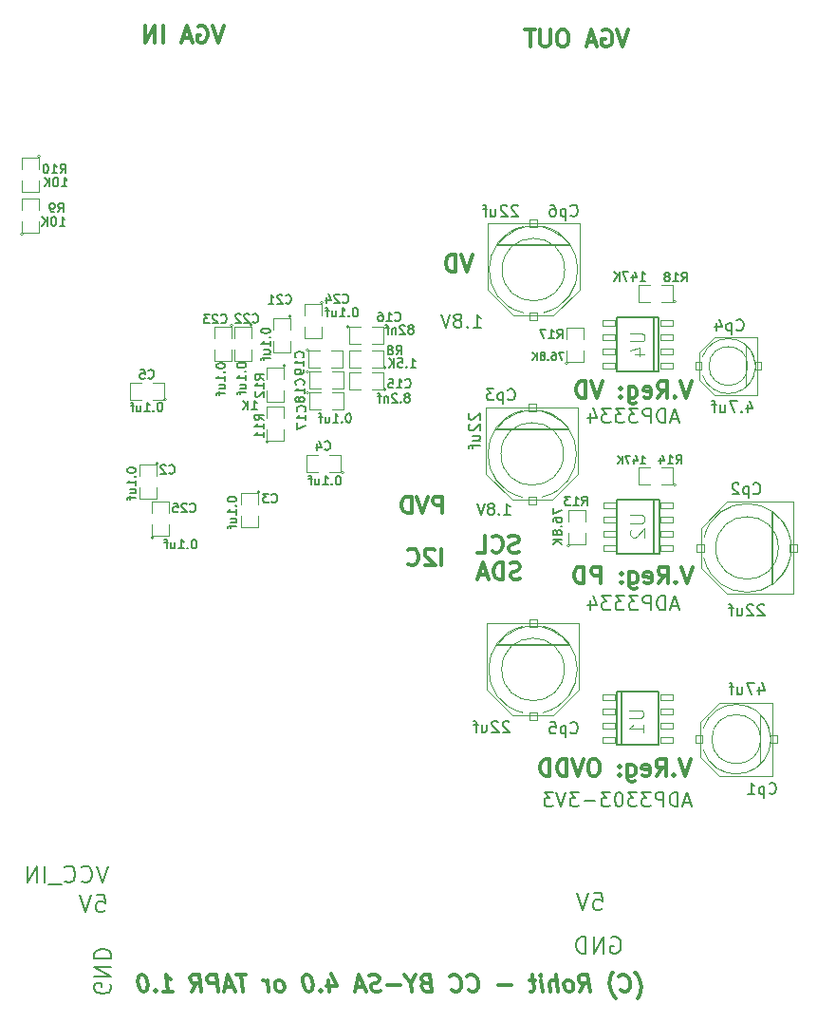
<source format=gbo>
G04 (created by PCBNEW (2013-07-07 BZR 4022)-stable) date 25/07/2014 10:36:06 PM*
%MOIN*%
G04 Gerber Fmt 3.4, Leading zero omitted, Abs format*
%FSLAX34Y34*%
G01*
G70*
G90*
G04 APERTURE LIST*
%ADD10C,0.00590551*%
%ADD11C,0.011811*%
%ADD12C,0.00787402*%
%ADD13C,0.0039*%
%ADD14C,0.0026*%
%ADD15C,0.008*%
%ADD16C,0.004*%
%ADD17C,0.002*%
%ADD18C,0.006*%
%ADD19C,0.0035*%
G04 APERTURE END LIST*
G54D10*
G54D11*
X59610Y-42432D02*
X59635Y-42404D01*
X59681Y-42320D01*
X59702Y-42263D01*
X59719Y-42179D01*
X59730Y-42038D01*
X59716Y-41926D01*
X59670Y-41785D01*
X59631Y-41701D01*
X59596Y-41645D01*
X59530Y-41560D01*
X59498Y-41532D01*
X59013Y-42151D02*
X59044Y-42179D01*
X59132Y-42207D01*
X59189Y-42207D01*
X59269Y-42179D01*
X59319Y-42123D01*
X59340Y-42066D01*
X59354Y-41954D01*
X59343Y-41870D01*
X59301Y-41757D01*
X59266Y-41701D01*
X59203Y-41645D01*
X59115Y-41616D01*
X59058Y-41616D01*
X58978Y-41645D01*
X58953Y-41673D01*
X58851Y-42432D02*
X58819Y-42404D01*
X58753Y-42320D01*
X58718Y-42263D01*
X58679Y-42179D01*
X58633Y-42038D01*
X58619Y-41926D01*
X58630Y-41785D01*
X58647Y-41701D01*
X58668Y-41645D01*
X58714Y-41560D01*
X58739Y-41532D01*
X57586Y-42207D02*
X57747Y-41926D01*
X57923Y-42207D02*
X57849Y-41616D01*
X57624Y-41616D01*
X57572Y-41645D01*
X57547Y-41673D01*
X57526Y-41729D01*
X57536Y-41813D01*
X57572Y-41870D01*
X57603Y-41898D01*
X57663Y-41926D01*
X57888Y-41926D01*
X57248Y-42207D02*
X57301Y-42179D01*
X57325Y-42151D01*
X57347Y-42095D01*
X57325Y-41926D01*
X57290Y-41870D01*
X57259Y-41841D01*
X57199Y-41813D01*
X57115Y-41813D01*
X57062Y-41841D01*
X57037Y-41870D01*
X57016Y-41926D01*
X57037Y-42095D01*
X57072Y-42151D01*
X57104Y-42179D01*
X57164Y-42207D01*
X57248Y-42207D01*
X56798Y-42207D02*
X56724Y-41616D01*
X56545Y-42207D02*
X56506Y-41898D01*
X56528Y-41841D01*
X56580Y-41813D01*
X56665Y-41813D01*
X56724Y-41841D01*
X56756Y-41870D01*
X56264Y-42207D02*
X56215Y-41813D01*
X56190Y-41616D02*
X56222Y-41645D01*
X56197Y-41673D01*
X56165Y-41645D01*
X56190Y-41616D01*
X56197Y-41673D01*
X56018Y-41813D02*
X55793Y-41813D01*
X55909Y-41616D02*
X55972Y-42123D01*
X55951Y-42179D01*
X55898Y-42207D01*
X55842Y-42207D01*
X55167Y-41982D02*
X54717Y-41982D01*
X53670Y-42151D02*
X53701Y-42179D01*
X53789Y-42207D01*
X53845Y-42207D01*
X53926Y-42179D01*
X53976Y-42123D01*
X53997Y-42066D01*
X54011Y-41954D01*
X54000Y-41870D01*
X53958Y-41757D01*
X53923Y-41701D01*
X53860Y-41645D01*
X53772Y-41616D01*
X53715Y-41616D01*
X53635Y-41645D01*
X53610Y-41673D01*
X53079Y-42151D02*
X53111Y-42179D01*
X53199Y-42207D01*
X53255Y-42207D01*
X53336Y-42179D01*
X53385Y-42123D01*
X53406Y-42066D01*
X53420Y-41954D01*
X53410Y-41870D01*
X53367Y-41757D01*
X53332Y-41701D01*
X53269Y-41645D01*
X53181Y-41616D01*
X53125Y-41616D01*
X53044Y-41645D01*
X53019Y-41673D01*
X52148Y-41898D02*
X52067Y-41926D01*
X52042Y-41954D01*
X52021Y-42010D01*
X52032Y-42095D01*
X52067Y-42151D01*
X52098Y-42179D01*
X52158Y-42207D01*
X52383Y-42207D01*
X52309Y-41616D01*
X52112Y-41616D01*
X52060Y-41645D01*
X52035Y-41673D01*
X52014Y-41729D01*
X52021Y-41785D01*
X52056Y-41841D01*
X52088Y-41870D01*
X52148Y-41898D01*
X52344Y-41898D01*
X51645Y-41926D02*
X51680Y-42207D01*
X51803Y-41616D02*
X51645Y-41926D01*
X51409Y-41616D01*
X51258Y-41982D02*
X50808Y-41982D01*
X50580Y-42179D02*
X50499Y-42207D01*
X50358Y-42207D01*
X50299Y-42179D01*
X50267Y-42151D01*
X50232Y-42095D01*
X50225Y-42038D01*
X50246Y-41982D01*
X50271Y-41954D01*
X50323Y-41926D01*
X50432Y-41898D01*
X50485Y-41870D01*
X50510Y-41841D01*
X50531Y-41785D01*
X50524Y-41729D01*
X50488Y-41673D01*
X50457Y-41645D01*
X50397Y-41616D01*
X50256Y-41616D01*
X50176Y-41645D01*
X50000Y-42038D02*
X49719Y-42038D01*
X50077Y-42207D02*
X49807Y-41616D01*
X49683Y-42207D01*
X48734Y-41813D02*
X48784Y-42207D01*
X48847Y-41588D02*
X49040Y-42010D01*
X48675Y-42010D01*
X48467Y-42151D02*
X48443Y-42179D01*
X48474Y-42207D01*
X48499Y-42179D01*
X48467Y-42151D01*
X48474Y-42207D01*
X48007Y-41616D02*
X47950Y-41616D01*
X47898Y-41645D01*
X47873Y-41673D01*
X47852Y-41729D01*
X47838Y-41841D01*
X47856Y-41982D01*
X47898Y-42095D01*
X47933Y-42151D01*
X47965Y-42179D01*
X48024Y-42207D01*
X48081Y-42207D01*
X48133Y-42179D01*
X48158Y-42151D01*
X48179Y-42095D01*
X48193Y-41982D01*
X48175Y-41841D01*
X48133Y-41729D01*
X48098Y-41673D01*
X48066Y-41645D01*
X48007Y-41616D01*
X47096Y-42207D02*
X47149Y-42179D01*
X47174Y-42151D01*
X47195Y-42095D01*
X47174Y-41926D01*
X47138Y-41870D01*
X47107Y-41841D01*
X47047Y-41813D01*
X46963Y-41813D01*
X46910Y-41841D01*
X46885Y-41870D01*
X46864Y-41926D01*
X46885Y-42095D01*
X46921Y-42151D01*
X46952Y-42179D01*
X47012Y-42207D01*
X47096Y-42207D01*
X46646Y-42207D02*
X46597Y-41813D01*
X46611Y-41926D02*
X46576Y-41870D01*
X46544Y-41841D01*
X46485Y-41813D01*
X46428Y-41813D01*
X45841Y-41616D02*
X45504Y-41616D01*
X45746Y-42207D02*
X45673Y-41616D01*
X45388Y-42038D02*
X45107Y-42038D01*
X45465Y-42207D02*
X45195Y-41616D01*
X45072Y-42207D01*
X44875Y-42207D02*
X44801Y-41616D01*
X44576Y-41616D01*
X44523Y-41645D01*
X44499Y-41673D01*
X44477Y-41729D01*
X44488Y-41813D01*
X44523Y-41870D01*
X44555Y-41898D01*
X44615Y-41926D01*
X44840Y-41926D01*
X43947Y-42207D02*
X44108Y-41926D01*
X44284Y-42207D02*
X44210Y-41616D01*
X43985Y-41616D01*
X43933Y-41645D01*
X43908Y-41673D01*
X43887Y-41729D01*
X43897Y-41813D01*
X43933Y-41870D01*
X43964Y-41898D01*
X44024Y-41926D01*
X44249Y-41926D01*
X42934Y-42207D02*
X43272Y-42207D01*
X43103Y-42207D02*
X43029Y-41616D01*
X43096Y-41701D01*
X43159Y-41757D01*
X43219Y-41785D01*
X42674Y-42151D02*
X42650Y-42179D01*
X42681Y-42207D01*
X42706Y-42179D01*
X42674Y-42151D01*
X42681Y-42207D01*
X42214Y-41616D02*
X42157Y-41616D01*
X42105Y-41645D01*
X42080Y-41673D01*
X42059Y-41729D01*
X42045Y-41841D01*
X42063Y-41982D01*
X42105Y-42095D01*
X42140Y-42151D01*
X42172Y-42179D01*
X42231Y-42207D01*
X42288Y-42207D01*
X42340Y-42179D01*
X42365Y-42151D01*
X42386Y-42095D01*
X42400Y-41982D01*
X42382Y-41841D01*
X42340Y-41729D01*
X42305Y-41673D01*
X42273Y-41645D01*
X42214Y-41616D01*
X61470Y-34053D02*
X61273Y-34644D01*
X61077Y-34053D01*
X60880Y-34588D02*
X60852Y-34616D01*
X60880Y-34644D01*
X60908Y-34616D01*
X60880Y-34588D01*
X60880Y-34644D01*
X60261Y-34644D02*
X60458Y-34363D01*
X60598Y-34644D02*
X60598Y-34053D01*
X60374Y-34053D01*
X60317Y-34082D01*
X60289Y-34110D01*
X60261Y-34166D01*
X60261Y-34250D01*
X60289Y-34307D01*
X60317Y-34335D01*
X60374Y-34363D01*
X60598Y-34363D01*
X59783Y-34616D02*
X59839Y-34644D01*
X59952Y-34644D01*
X60008Y-34616D01*
X60036Y-34560D01*
X60036Y-34335D01*
X60008Y-34278D01*
X59952Y-34250D01*
X59839Y-34250D01*
X59783Y-34278D01*
X59755Y-34335D01*
X59755Y-34391D01*
X60036Y-34447D01*
X59249Y-34250D02*
X59249Y-34728D01*
X59277Y-34785D01*
X59305Y-34813D01*
X59361Y-34841D01*
X59446Y-34841D01*
X59502Y-34813D01*
X59249Y-34616D02*
X59305Y-34644D01*
X59417Y-34644D01*
X59474Y-34616D01*
X59502Y-34588D01*
X59530Y-34532D01*
X59530Y-34363D01*
X59502Y-34307D01*
X59474Y-34278D01*
X59417Y-34250D01*
X59305Y-34250D01*
X59249Y-34278D01*
X58967Y-34588D02*
X58939Y-34616D01*
X58967Y-34644D01*
X58996Y-34616D01*
X58967Y-34588D01*
X58967Y-34644D01*
X58967Y-34278D02*
X58939Y-34307D01*
X58967Y-34335D01*
X58996Y-34307D01*
X58967Y-34278D01*
X58967Y-34335D01*
X58124Y-34053D02*
X58011Y-34053D01*
X57955Y-34082D01*
X57899Y-34138D01*
X57871Y-34250D01*
X57871Y-34447D01*
X57899Y-34560D01*
X57955Y-34616D01*
X58011Y-34644D01*
X58124Y-34644D01*
X58180Y-34616D01*
X58236Y-34560D01*
X58264Y-34447D01*
X58264Y-34250D01*
X58236Y-34138D01*
X58180Y-34082D01*
X58124Y-34053D01*
X57702Y-34053D02*
X57505Y-34644D01*
X57308Y-34053D01*
X57111Y-34644D02*
X57111Y-34053D01*
X56971Y-34053D01*
X56886Y-34082D01*
X56830Y-34138D01*
X56802Y-34194D01*
X56774Y-34307D01*
X56774Y-34391D01*
X56802Y-34503D01*
X56830Y-34560D01*
X56886Y-34616D01*
X56971Y-34644D01*
X57111Y-34644D01*
X56521Y-34644D02*
X56521Y-34053D01*
X56380Y-34053D01*
X56296Y-34082D01*
X56240Y-34138D01*
X56212Y-34194D01*
X56183Y-34307D01*
X56183Y-34391D01*
X56212Y-34503D01*
X56240Y-34560D01*
X56296Y-34616D01*
X56380Y-34644D01*
X56521Y-34644D01*
X61538Y-27298D02*
X61341Y-27888D01*
X61144Y-27298D01*
X60947Y-27832D02*
X60919Y-27860D01*
X60947Y-27888D01*
X60975Y-27860D01*
X60947Y-27832D01*
X60947Y-27888D01*
X60329Y-27888D02*
X60525Y-27607D01*
X60666Y-27888D02*
X60666Y-27298D01*
X60441Y-27298D01*
X60385Y-27326D01*
X60357Y-27354D01*
X60329Y-27410D01*
X60329Y-27494D01*
X60357Y-27551D01*
X60385Y-27579D01*
X60441Y-27607D01*
X60666Y-27607D01*
X59850Y-27860D02*
X59907Y-27888D01*
X60019Y-27888D01*
X60075Y-27860D01*
X60104Y-27804D01*
X60104Y-27579D01*
X60075Y-27523D01*
X60019Y-27494D01*
X59907Y-27494D01*
X59850Y-27523D01*
X59822Y-27579D01*
X59822Y-27635D01*
X60104Y-27691D01*
X59316Y-27494D02*
X59316Y-27973D01*
X59344Y-28029D01*
X59372Y-28057D01*
X59429Y-28085D01*
X59513Y-28085D01*
X59569Y-28057D01*
X59316Y-27860D02*
X59372Y-27888D01*
X59485Y-27888D01*
X59541Y-27860D01*
X59569Y-27832D01*
X59597Y-27776D01*
X59597Y-27607D01*
X59569Y-27551D01*
X59541Y-27523D01*
X59485Y-27494D01*
X59372Y-27494D01*
X59316Y-27523D01*
X59035Y-27832D02*
X59007Y-27860D01*
X59035Y-27888D01*
X59063Y-27860D01*
X59035Y-27832D01*
X59035Y-27888D01*
X59035Y-27523D02*
X59007Y-27551D01*
X59035Y-27579D01*
X59063Y-27551D01*
X59035Y-27523D01*
X59035Y-27579D01*
X58304Y-27888D02*
X58304Y-27298D01*
X58079Y-27298D01*
X58023Y-27326D01*
X57994Y-27354D01*
X57966Y-27410D01*
X57966Y-27494D01*
X57994Y-27551D01*
X58023Y-27579D01*
X58079Y-27607D01*
X58304Y-27607D01*
X57713Y-27888D02*
X57713Y-27298D01*
X57573Y-27298D01*
X57488Y-27326D01*
X57432Y-27382D01*
X57404Y-27438D01*
X57376Y-27551D01*
X57376Y-27635D01*
X57404Y-27748D01*
X57432Y-27804D01*
X57488Y-27860D01*
X57573Y-27888D01*
X57713Y-27888D01*
X61511Y-20790D02*
X61314Y-21380D01*
X61118Y-20790D01*
X60921Y-21324D02*
X60893Y-21352D01*
X60921Y-21380D01*
X60949Y-21352D01*
X60921Y-21324D01*
X60921Y-21380D01*
X60302Y-21380D02*
X60499Y-21099D01*
X60640Y-21380D02*
X60640Y-20790D01*
X60415Y-20790D01*
X60358Y-20818D01*
X60330Y-20846D01*
X60302Y-20902D01*
X60302Y-20987D01*
X60330Y-21043D01*
X60358Y-21071D01*
X60415Y-21099D01*
X60640Y-21099D01*
X59824Y-21352D02*
X59880Y-21380D01*
X59993Y-21380D01*
X60049Y-21352D01*
X60077Y-21296D01*
X60077Y-21071D01*
X60049Y-21015D01*
X59993Y-20987D01*
X59880Y-20987D01*
X59824Y-21015D01*
X59796Y-21071D01*
X59796Y-21127D01*
X60077Y-21183D01*
X59290Y-20987D02*
X59290Y-21465D01*
X59318Y-21521D01*
X59346Y-21549D01*
X59402Y-21577D01*
X59487Y-21577D01*
X59543Y-21549D01*
X59290Y-21352D02*
X59346Y-21380D01*
X59458Y-21380D01*
X59515Y-21352D01*
X59543Y-21324D01*
X59571Y-21268D01*
X59571Y-21099D01*
X59543Y-21043D01*
X59515Y-21015D01*
X59458Y-20987D01*
X59346Y-20987D01*
X59290Y-21015D01*
X59008Y-21324D02*
X58980Y-21352D01*
X59008Y-21380D01*
X59037Y-21352D01*
X59008Y-21324D01*
X59008Y-21380D01*
X59008Y-21015D02*
X58980Y-21043D01*
X59008Y-21071D01*
X59037Y-21043D01*
X59008Y-21015D01*
X59008Y-21071D01*
X58362Y-20790D02*
X58165Y-21380D01*
X57968Y-20790D01*
X57771Y-21380D02*
X57771Y-20790D01*
X57631Y-20790D01*
X57546Y-20818D01*
X57490Y-20874D01*
X57462Y-20930D01*
X57434Y-21043D01*
X57434Y-21127D01*
X57462Y-21240D01*
X57490Y-21296D01*
X57546Y-21352D01*
X57631Y-21380D01*
X57771Y-21380D01*
G54D12*
X53826Y-18911D02*
X54096Y-18911D01*
X53961Y-18911D02*
X53961Y-18439D01*
X54006Y-18506D01*
X54051Y-18551D01*
X54096Y-18574D01*
X53623Y-18866D02*
X53601Y-18889D01*
X53623Y-18911D01*
X53646Y-18889D01*
X53623Y-18866D01*
X53623Y-18911D01*
X53331Y-18641D02*
X53376Y-18619D01*
X53398Y-18596D01*
X53421Y-18551D01*
X53421Y-18529D01*
X53398Y-18484D01*
X53376Y-18461D01*
X53331Y-18439D01*
X53241Y-18439D01*
X53196Y-18461D01*
X53173Y-18484D01*
X53151Y-18529D01*
X53151Y-18551D01*
X53173Y-18596D01*
X53196Y-18619D01*
X53241Y-18641D01*
X53331Y-18641D01*
X53376Y-18664D01*
X53398Y-18686D01*
X53421Y-18731D01*
X53421Y-18821D01*
X53398Y-18866D01*
X53376Y-18889D01*
X53331Y-18911D01*
X53241Y-18911D01*
X53196Y-18889D01*
X53173Y-18866D01*
X53151Y-18821D01*
X53151Y-18731D01*
X53173Y-18686D01*
X53196Y-18664D01*
X53241Y-18641D01*
X53016Y-18439D02*
X52858Y-18911D01*
X52701Y-18439D01*
G54D11*
X53791Y-16357D02*
X53594Y-16947D01*
X53397Y-16357D01*
X53200Y-16947D02*
X53200Y-16357D01*
X53060Y-16357D01*
X52975Y-16385D01*
X52919Y-16441D01*
X52891Y-16497D01*
X52863Y-16610D01*
X52863Y-16694D01*
X52891Y-16807D01*
X52919Y-16863D01*
X52975Y-16919D01*
X53060Y-16947D01*
X53200Y-16947D01*
G54D12*
X54904Y-25474D02*
X55129Y-25474D01*
X55016Y-25474D02*
X55016Y-25080D01*
X55054Y-25136D01*
X55091Y-25174D01*
X55129Y-25193D01*
X54735Y-25436D02*
X54716Y-25455D01*
X54735Y-25474D01*
X54754Y-25455D01*
X54735Y-25436D01*
X54735Y-25474D01*
X54491Y-25249D02*
X54529Y-25230D01*
X54548Y-25211D01*
X54566Y-25174D01*
X54566Y-25155D01*
X54548Y-25118D01*
X54529Y-25099D01*
X54491Y-25080D01*
X54416Y-25080D01*
X54379Y-25099D01*
X54360Y-25118D01*
X54341Y-25155D01*
X54341Y-25174D01*
X54360Y-25211D01*
X54379Y-25230D01*
X54416Y-25249D01*
X54491Y-25249D01*
X54529Y-25268D01*
X54548Y-25286D01*
X54566Y-25324D01*
X54566Y-25399D01*
X54548Y-25436D01*
X54529Y-25455D01*
X54491Y-25474D01*
X54416Y-25474D01*
X54379Y-25455D01*
X54360Y-25436D01*
X54341Y-25399D01*
X54341Y-25324D01*
X54360Y-25286D01*
X54379Y-25268D01*
X54416Y-25249D01*
X54229Y-25080D02*
X54098Y-25474D01*
X53967Y-25080D01*
G54D11*
X55473Y-27722D02*
X55388Y-27750D01*
X55248Y-27750D01*
X55191Y-27722D01*
X55163Y-27694D01*
X55135Y-27638D01*
X55135Y-27582D01*
X55163Y-27525D01*
X55191Y-27497D01*
X55248Y-27469D01*
X55360Y-27441D01*
X55416Y-27413D01*
X55444Y-27385D01*
X55473Y-27329D01*
X55473Y-27272D01*
X55444Y-27216D01*
X55416Y-27188D01*
X55360Y-27160D01*
X55219Y-27160D01*
X55135Y-27188D01*
X54882Y-27750D02*
X54882Y-27160D01*
X54741Y-27160D01*
X54657Y-27188D01*
X54601Y-27244D01*
X54573Y-27300D01*
X54544Y-27413D01*
X54544Y-27497D01*
X54573Y-27610D01*
X54601Y-27666D01*
X54657Y-27722D01*
X54741Y-27750D01*
X54882Y-27750D01*
X54320Y-27582D02*
X54038Y-27582D01*
X54376Y-27750D02*
X54179Y-27160D01*
X53982Y-27750D01*
X55427Y-26769D02*
X55343Y-26798D01*
X55202Y-26798D01*
X55146Y-26769D01*
X55118Y-26741D01*
X55089Y-26685D01*
X55089Y-26629D01*
X55118Y-26573D01*
X55146Y-26544D01*
X55202Y-26516D01*
X55314Y-26488D01*
X55371Y-26460D01*
X55399Y-26432D01*
X55427Y-26376D01*
X55427Y-26320D01*
X55399Y-26263D01*
X55371Y-26235D01*
X55314Y-26207D01*
X55174Y-26207D01*
X55089Y-26235D01*
X54499Y-26741D02*
X54527Y-26769D01*
X54611Y-26798D01*
X54668Y-26798D01*
X54752Y-26769D01*
X54808Y-26713D01*
X54836Y-26657D01*
X54865Y-26544D01*
X54865Y-26460D01*
X54836Y-26348D01*
X54808Y-26291D01*
X54752Y-26235D01*
X54668Y-26207D01*
X54611Y-26207D01*
X54527Y-26235D01*
X54499Y-26263D01*
X53965Y-26798D02*
X54246Y-26798D01*
X54246Y-26207D01*
X52718Y-27254D02*
X52718Y-26664D01*
X52465Y-26720D02*
X52437Y-26692D01*
X52380Y-26664D01*
X52240Y-26664D01*
X52183Y-26692D01*
X52155Y-26720D01*
X52127Y-26776D01*
X52127Y-26832D01*
X52155Y-26917D01*
X52493Y-27254D01*
X52127Y-27254D01*
X51537Y-27198D02*
X51565Y-27226D01*
X51649Y-27254D01*
X51705Y-27254D01*
X51790Y-27226D01*
X51846Y-27170D01*
X51874Y-27114D01*
X51902Y-27001D01*
X51902Y-26917D01*
X51874Y-26804D01*
X51846Y-26748D01*
X51790Y-26692D01*
X51705Y-26664D01*
X51649Y-26664D01*
X51565Y-26692D01*
X51537Y-26720D01*
X52754Y-25424D02*
X52754Y-24833D01*
X52529Y-24833D01*
X52473Y-24861D01*
X52444Y-24889D01*
X52416Y-24946D01*
X52416Y-25030D01*
X52444Y-25086D01*
X52473Y-25114D01*
X52529Y-25142D01*
X52754Y-25142D01*
X52248Y-24833D02*
X52051Y-25424D01*
X51854Y-24833D01*
X51657Y-25424D02*
X51657Y-24833D01*
X51516Y-24833D01*
X51432Y-24861D01*
X51376Y-24917D01*
X51348Y-24974D01*
X51320Y-25086D01*
X51320Y-25170D01*
X51348Y-25283D01*
X51376Y-25339D01*
X51432Y-25395D01*
X51516Y-25424D01*
X51657Y-25424D01*
G54D12*
X41079Y-41953D02*
X41107Y-42010D01*
X41107Y-42094D01*
X41079Y-42178D01*
X41023Y-42235D01*
X40966Y-42263D01*
X40854Y-42291D01*
X40769Y-42291D01*
X40657Y-42263D01*
X40601Y-42235D01*
X40544Y-42178D01*
X40516Y-42094D01*
X40516Y-42038D01*
X40544Y-41953D01*
X40573Y-41925D01*
X40769Y-41925D01*
X40769Y-42038D01*
X40516Y-41672D02*
X41107Y-41672D01*
X40516Y-41335D01*
X41107Y-41335D01*
X40516Y-41053D02*
X41107Y-41053D01*
X41107Y-40913D01*
X41079Y-40829D01*
X41023Y-40772D01*
X40966Y-40744D01*
X40854Y-40716D01*
X40769Y-40716D01*
X40657Y-40744D01*
X40601Y-40772D01*
X40544Y-40829D01*
X40516Y-40913D01*
X40516Y-41053D01*
X40592Y-38829D02*
X40874Y-38829D01*
X40902Y-39110D01*
X40874Y-39082D01*
X40817Y-39054D01*
X40677Y-39054D01*
X40620Y-39082D01*
X40592Y-39110D01*
X40564Y-39167D01*
X40564Y-39307D01*
X40592Y-39363D01*
X40620Y-39392D01*
X40677Y-39420D01*
X40817Y-39420D01*
X40874Y-39392D01*
X40902Y-39363D01*
X40395Y-38829D02*
X40199Y-39420D01*
X40002Y-38829D01*
X41001Y-37798D02*
X40804Y-38388D01*
X40607Y-37798D01*
X40073Y-38332D02*
X40101Y-38360D01*
X40186Y-38388D01*
X40242Y-38388D01*
X40326Y-38360D01*
X40383Y-38304D01*
X40411Y-38248D01*
X40439Y-38135D01*
X40439Y-38051D01*
X40411Y-37938D01*
X40383Y-37882D01*
X40326Y-37826D01*
X40242Y-37798D01*
X40186Y-37798D01*
X40101Y-37826D01*
X40073Y-37854D01*
X39483Y-38332D02*
X39511Y-38360D01*
X39595Y-38388D01*
X39651Y-38388D01*
X39736Y-38360D01*
X39792Y-38304D01*
X39820Y-38248D01*
X39848Y-38135D01*
X39848Y-38051D01*
X39820Y-37938D01*
X39792Y-37882D01*
X39736Y-37826D01*
X39651Y-37798D01*
X39595Y-37798D01*
X39511Y-37826D01*
X39483Y-37854D01*
X39370Y-38444D02*
X38920Y-38444D01*
X38780Y-38388D02*
X38780Y-37798D01*
X38498Y-38388D02*
X38498Y-37798D01*
X38161Y-38388D01*
X38161Y-37798D01*
X58682Y-40310D02*
X58738Y-40282D01*
X58822Y-40282D01*
X58907Y-40310D01*
X58963Y-40366D01*
X58991Y-40422D01*
X59019Y-40535D01*
X59019Y-40619D01*
X58991Y-40732D01*
X58963Y-40788D01*
X58907Y-40844D01*
X58822Y-40872D01*
X58766Y-40872D01*
X58682Y-40844D01*
X58654Y-40816D01*
X58654Y-40619D01*
X58766Y-40619D01*
X58401Y-40872D02*
X58401Y-40282D01*
X58063Y-40872D01*
X58063Y-40282D01*
X57782Y-40872D02*
X57782Y-40282D01*
X57641Y-40282D01*
X57557Y-40310D01*
X57501Y-40366D01*
X57473Y-40422D01*
X57444Y-40535D01*
X57444Y-40619D01*
X57473Y-40732D01*
X57501Y-40788D01*
X57557Y-40844D01*
X57641Y-40872D01*
X57782Y-40872D01*
X58061Y-38762D02*
X58342Y-38762D01*
X58370Y-39043D01*
X58342Y-39015D01*
X58286Y-38987D01*
X58145Y-38987D01*
X58089Y-39015D01*
X58061Y-39043D01*
X58033Y-39100D01*
X58033Y-39240D01*
X58061Y-39296D01*
X58089Y-39325D01*
X58145Y-39353D01*
X58286Y-39353D01*
X58342Y-39325D01*
X58370Y-39296D01*
X57864Y-38762D02*
X57667Y-39353D01*
X57470Y-38762D01*
G54D11*
X45065Y-8313D02*
X44868Y-8904D01*
X44672Y-8313D01*
X44165Y-8341D02*
X44222Y-8313D01*
X44306Y-8313D01*
X44390Y-8341D01*
X44447Y-8398D01*
X44475Y-8454D01*
X44503Y-8566D01*
X44503Y-8651D01*
X44475Y-8763D01*
X44447Y-8820D01*
X44390Y-8876D01*
X44306Y-8904D01*
X44250Y-8904D01*
X44165Y-8876D01*
X44137Y-8848D01*
X44137Y-8651D01*
X44250Y-8651D01*
X43912Y-8735D02*
X43631Y-8735D01*
X43969Y-8904D02*
X43772Y-8313D01*
X43575Y-8904D01*
X42928Y-8904D02*
X42928Y-8313D01*
X42647Y-8904D02*
X42647Y-8313D01*
X42309Y-8904D01*
X42309Y-8313D01*
X59282Y-8459D02*
X59085Y-9050D01*
X58888Y-8459D01*
X58382Y-8487D02*
X58438Y-8459D01*
X58523Y-8459D01*
X58607Y-8487D01*
X58663Y-8543D01*
X58691Y-8600D01*
X58719Y-8712D01*
X58719Y-8796D01*
X58691Y-8909D01*
X58663Y-8965D01*
X58607Y-9021D01*
X58523Y-9050D01*
X58466Y-9050D01*
X58382Y-9021D01*
X58354Y-8993D01*
X58354Y-8796D01*
X58466Y-8796D01*
X58129Y-8881D02*
X57848Y-8881D01*
X58185Y-9050D02*
X57988Y-8459D01*
X57791Y-9050D01*
X57032Y-8459D02*
X56920Y-8459D01*
X56863Y-8487D01*
X56807Y-8543D01*
X56779Y-8656D01*
X56779Y-8853D01*
X56807Y-8965D01*
X56863Y-9021D01*
X56920Y-9050D01*
X57032Y-9050D01*
X57088Y-9021D01*
X57145Y-8965D01*
X57173Y-8853D01*
X57173Y-8656D01*
X57145Y-8543D01*
X57088Y-8487D01*
X57032Y-8459D01*
X56526Y-8459D02*
X56526Y-8937D01*
X56498Y-8993D01*
X56470Y-9021D01*
X56413Y-9050D01*
X56301Y-9050D01*
X56245Y-9021D01*
X56217Y-8993D01*
X56188Y-8937D01*
X56188Y-8459D01*
X55992Y-8459D02*
X55654Y-8459D01*
X55823Y-9050D02*
X55823Y-8459D01*
G54D13*
X38009Y-15630D02*
G75*
G03X38009Y-15630I-50J0D01*
G74*
G01*
X37959Y-15180D02*
X37959Y-15580D01*
X37959Y-15580D02*
X38559Y-15580D01*
X38559Y-15580D02*
X38559Y-15180D01*
X38559Y-14780D02*
X38559Y-14380D01*
X38559Y-14380D02*
X37959Y-14380D01*
X37959Y-14380D02*
X37959Y-14780D01*
X57218Y-26567D02*
G75*
G03X57218Y-26567I-50J0D01*
G74*
G01*
X57168Y-26117D02*
X57168Y-26517D01*
X57168Y-26517D02*
X57768Y-26517D01*
X57768Y-26517D02*
X57768Y-26117D01*
X57768Y-25717D02*
X57768Y-25317D01*
X57768Y-25317D02*
X57168Y-25317D01*
X57168Y-25317D02*
X57168Y-25717D01*
X60955Y-24429D02*
G75*
G03X60955Y-24429I-50J0D01*
G74*
G01*
X60455Y-24429D02*
X60855Y-24429D01*
X60855Y-24429D02*
X60855Y-23829D01*
X60855Y-23829D02*
X60455Y-23829D01*
X60055Y-23829D02*
X59655Y-23829D01*
X59655Y-23829D02*
X59655Y-24429D01*
X59655Y-24429D02*
X60055Y-24429D01*
X60951Y-18008D02*
G75*
G03X60951Y-18008I-50J0D01*
G74*
G01*
X60451Y-18008D02*
X60851Y-18008D01*
X60851Y-18008D02*
X60851Y-17408D01*
X60851Y-17408D02*
X60451Y-17408D01*
X60051Y-17408D02*
X59651Y-17408D01*
X59651Y-17408D02*
X59651Y-18008D01*
X59651Y-18008D02*
X60051Y-18008D01*
X57151Y-20165D02*
G75*
G03X57151Y-20165I-50J0D01*
G74*
G01*
X57101Y-19715D02*
X57101Y-20115D01*
X57101Y-20115D02*
X57701Y-20115D01*
X57701Y-20115D02*
X57701Y-19715D01*
X57701Y-19315D02*
X57701Y-18915D01*
X57701Y-18915D02*
X57101Y-18915D01*
X57101Y-18915D02*
X57101Y-19315D01*
X38629Y-12901D02*
G75*
G03X38629Y-12901I-50J0D01*
G74*
G01*
X38579Y-13351D02*
X38579Y-12951D01*
X38579Y-12951D02*
X37979Y-12951D01*
X37979Y-12951D02*
X37979Y-13351D01*
X37979Y-13751D02*
X37979Y-14151D01*
X37979Y-14151D02*
X38579Y-14151D01*
X38579Y-14151D02*
X38579Y-13751D01*
X46639Y-22929D02*
G75*
G03X46639Y-22929I-50J0D01*
G74*
G01*
X46589Y-22479D02*
X46589Y-22879D01*
X46589Y-22879D02*
X47189Y-22879D01*
X47189Y-22879D02*
X47189Y-22479D01*
X47189Y-22079D02*
X47189Y-21679D01*
X47189Y-21679D02*
X46589Y-21679D01*
X46589Y-21679D02*
X46589Y-22079D01*
X47239Y-20259D02*
G75*
G03X47239Y-20259I-50J0D01*
G74*
G01*
X47189Y-20709D02*
X47189Y-20309D01*
X47189Y-20309D02*
X46589Y-20309D01*
X46589Y-20309D02*
X46589Y-20709D01*
X46589Y-21109D02*
X46589Y-21509D01*
X46589Y-21509D02*
X47189Y-21509D01*
X47189Y-21509D02*
X47189Y-21109D01*
X50774Y-20307D02*
G75*
G03X50774Y-20307I-50J0D01*
G74*
G01*
X50274Y-20307D02*
X50674Y-20307D01*
X50674Y-20307D02*
X50674Y-19707D01*
X50674Y-19707D02*
X50274Y-19707D01*
X49874Y-19707D02*
X49474Y-19707D01*
X49474Y-19707D02*
X49474Y-20307D01*
X49474Y-20307D02*
X49874Y-20307D01*
X49466Y-18888D02*
G75*
G03X49466Y-18888I-50J0D01*
G74*
G01*
X49866Y-18888D02*
X49466Y-18888D01*
X49466Y-18888D02*
X49466Y-19488D01*
X49466Y-19488D02*
X49866Y-19488D01*
X50266Y-19488D02*
X50666Y-19488D01*
X50666Y-19488D02*
X50666Y-18888D01*
X50666Y-18888D02*
X50266Y-18888D01*
X50770Y-21075D02*
G75*
G03X50770Y-21075I-50J0D01*
G74*
G01*
X50270Y-21075D02*
X50670Y-21075D01*
X50670Y-21075D02*
X50670Y-20475D01*
X50670Y-20475D02*
X50270Y-20475D01*
X49870Y-20475D02*
X49470Y-20475D01*
X49470Y-20475D02*
X49470Y-21075D01*
X49470Y-21075D02*
X49870Y-21075D01*
G54D14*
X58386Y-33464D02*
X58386Y-33271D01*
X58386Y-33271D02*
X58819Y-33271D01*
X58819Y-33464D02*
X58819Y-33271D01*
X58386Y-33464D02*
X58819Y-33464D01*
X58386Y-32964D02*
X58386Y-32771D01*
X58386Y-32771D02*
X58819Y-32771D01*
X58819Y-32964D02*
X58819Y-32771D01*
X58386Y-32964D02*
X58819Y-32964D01*
X58386Y-32465D02*
X58386Y-32272D01*
X58386Y-32272D02*
X58819Y-32272D01*
X58819Y-32465D02*
X58819Y-32272D01*
X58386Y-32465D02*
X58819Y-32465D01*
X58386Y-31965D02*
X58386Y-31772D01*
X58386Y-31772D02*
X58819Y-31772D01*
X58819Y-31965D02*
X58819Y-31772D01*
X58386Y-31965D02*
X58819Y-31965D01*
X60393Y-31965D02*
X60393Y-31772D01*
X60393Y-31772D02*
X60826Y-31772D01*
X60826Y-31965D02*
X60826Y-31772D01*
X60393Y-31965D02*
X60826Y-31965D01*
X60393Y-32465D02*
X60393Y-32272D01*
X60393Y-32272D02*
X60826Y-32272D01*
X60826Y-32465D02*
X60826Y-32272D01*
X60393Y-32465D02*
X60826Y-32465D01*
X60393Y-32964D02*
X60393Y-32771D01*
X60393Y-32771D02*
X60826Y-32771D01*
X60826Y-32964D02*
X60826Y-32771D01*
X60393Y-32964D02*
X60826Y-32964D01*
X60393Y-33464D02*
X60393Y-33271D01*
X60393Y-33271D02*
X60826Y-33271D01*
X60826Y-33464D02*
X60826Y-33271D01*
X60393Y-33464D02*
X60826Y-33464D01*
G54D15*
X60354Y-31674D02*
X59055Y-31674D01*
X59055Y-31674D02*
X58858Y-31674D01*
X58858Y-31674D02*
X58858Y-33562D01*
X58858Y-33562D02*
X59055Y-33562D01*
X59055Y-33562D02*
X60354Y-33562D01*
X60354Y-33562D02*
X60354Y-31674D01*
X59055Y-31674D02*
X59055Y-33562D01*
G54D14*
X60830Y-25055D02*
X60830Y-25248D01*
X60830Y-25248D02*
X60397Y-25248D01*
X60397Y-25055D02*
X60397Y-25248D01*
X60830Y-25055D02*
X60397Y-25055D01*
X60830Y-25555D02*
X60830Y-25748D01*
X60830Y-25748D02*
X60397Y-25748D01*
X60397Y-25555D02*
X60397Y-25748D01*
X60830Y-25555D02*
X60397Y-25555D01*
X60830Y-26054D02*
X60830Y-26247D01*
X60830Y-26247D02*
X60397Y-26247D01*
X60397Y-26054D02*
X60397Y-26247D01*
X60830Y-26054D02*
X60397Y-26054D01*
X60830Y-26554D02*
X60830Y-26747D01*
X60830Y-26747D02*
X60397Y-26747D01*
X60397Y-26554D02*
X60397Y-26747D01*
X60830Y-26554D02*
X60397Y-26554D01*
X58823Y-26554D02*
X58823Y-26747D01*
X58823Y-26747D02*
X58390Y-26747D01*
X58390Y-26554D02*
X58390Y-26747D01*
X58823Y-26554D02*
X58390Y-26554D01*
X58823Y-26054D02*
X58823Y-26247D01*
X58823Y-26247D02*
X58390Y-26247D01*
X58390Y-26054D02*
X58390Y-26247D01*
X58823Y-26054D02*
X58390Y-26054D01*
X58823Y-25555D02*
X58823Y-25748D01*
X58823Y-25748D02*
X58390Y-25748D01*
X58390Y-25555D02*
X58390Y-25748D01*
X58823Y-25555D02*
X58390Y-25555D01*
X58823Y-25055D02*
X58823Y-25248D01*
X58823Y-25248D02*
X58390Y-25248D01*
X58390Y-25055D02*
X58390Y-25248D01*
X58823Y-25055D02*
X58390Y-25055D01*
G54D15*
X58862Y-26845D02*
X60161Y-26845D01*
X60161Y-26845D02*
X60358Y-26845D01*
X60358Y-26845D02*
X60358Y-24957D01*
X60358Y-24957D02*
X60161Y-24957D01*
X60161Y-24957D02*
X58862Y-24957D01*
X58862Y-24957D02*
X58862Y-26845D01*
X60161Y-26845D02*
X60161Y-24957D01*
G54D14*
X60826Y-18650D02*
X60826Y-18843D01*
X60826Y-18843D02*
X60393Y-18843D01*
X60393Y-18650D02*
X60393Y-18843D01*
X60826Y-18650D02*
X60393Y-18650D01*
X60826Y-19150D02*
X60826Y-19343D01*
X60826Y-19343D02*
X60393Y-19343D01*
X60393Y-19150D02*
X60393Y-19343D01*
X60826Y-19150D02*
X60393Y-19150D01*
X60826Y-19649D02*
X60826Y-19842D01*
X60826Y-19842D02*
X60393Y-19842D01*
X60393Y-19649D02*
X60393Y-19842D01*
X60826Y-19649D02*
X60393Y-19649D01*
X60826Y-20149D02*
X60826Y-20342D01*
X60826Y-20342D02*
X60393Y-20342D01*
X60393Y-20149D02*
X60393Y-20342D01*
X60826Y-20149D02*
X60393Y-20149D01*
X58819Y-20149D02*
X58819Y-20342D01*
X58819Y-20342D02*
X58386Y-20342D01*
X58386Y-20149D02*
X58386Y-20342D01*
X58819Y-20149D02*
X58386Y-20149D01*
X58819Y-19649D02*
X58819Y-19842D01*
X58819Y-19842D02*
X58386Y-19842D01*
X58386Y-19649D02*
X58386Y-19842D01*
X58819Y-19649D02*
X58386Y-19649D01*
X58819Y-19150D02*
X58819Y-19343D01*
X58819Y-19343D02*
X58386Y-19343D01*
X58386Y-19150D02*
X58386Y-19343D01*
X58819Y-19150D02*
X58386Y-19150D01*
X58819Y-18650D02*
X58819Y-18843D01*
X58819Y-18843D02*
X58386Y-18843D01*
X58386Y-18650D02*
X58386Y-18843D01*
X58819Y-18650D02*
X58386Y-18650D01*
G54D15*
X58858Y-20440D02*
X60157Y-20440D01*
X60157Y-20440D02*
X60354Y-20440D01*
X60354Y-20440D02*
X60354Y-18552D01*
X60354Y-18552D02*
X60157Y-18552D01*
X60157Y-18552D02*
X58858Y-18552D01*
X58858Y-18552D02*
X58858Y-20440D01*
X60157Y-20440D02*
X60157Y-18552D01*
G54D13*
X46338Y-24676D02*
G75*
G03X46338Y-24676I-50J0D01*
G74*
G01*
X46288Y-25126D02*
X46288Y-24726D01*
X46288Y-24726D02*
X45688Y-24726D01*
X45688Y-24726D02*
X45688Y-25126D01*
X45688Y-25526D02*
X45688Y-25926D01*
X45688Y-25926D02*
X46288Y-25926D01*
X46288Y-25926D02*
X46288Y-25526D01*
X48057Y-20463D02*
G75*
G03X48057Y-20463I-50J0D01*
G74*
G01*
X48457Y-20463D02*
X48057Y-20463D01*
X48057Y-20463D02*
X48057Y-21063D01*
X48057Y-21063D02*
X48457Y-21063D01*
X48857Y-21063D02*
X49257Y-21063D01*
X49257Y-21063D02*
X49257Y-20463D01*
X49257Y-20463D02*
X48857Y-20463D01*
X48057Y-21184D02*
G75*
G03X48057Y-21184I-50J0D01*
G74*
G01*
X48457Y-21184D02*
X48057Y-21184D01*
X48057Y-21184D02*
X48057Y-21784D01*
X48057Y-21784D02*
X48457Y-21784D01*
X48857Y-21784D02*
X49257Y-21784D01*
X49257Y-21784D02*
X49257Y-21184D01*
X49257Y-21184D02*
X48857Y-21184D01*
X43058Y-21437D02*
G75*
G03X43058Y-21437I-50J0D01*
G74*
G01*
X42558Y-21437D02*
X42958Y-21437D01*
X42958Y-21437D02*
X42958Y-20837D01*
X42958Y-20837D02*
X42558Y-20837D01*
X42158Y-20837D02*
X41758Y-20837D01*
X41758Y-20837D02*
X41758Y-21437D01*
X41758Y-21437D02*
X42158Y-21437D01*
X49286Y-23988D02*
G75*
G03X49286Y-23988I-50J0D01*
G74*
G01*
X48786Y-23988D02*
X49186Y-23988D01*
X49186Y-23988D02*
X49186Y-23388D01*
X49186Y-23388D02*
X48786Y-23388D01*
X48386Y-23388D02*
X47986Y-23388D01*
X47986Y-23388D02*
X47986Y-23988D01*
X47986Y-23988D02*
X48386Y-23988D01*
X42596Y-26275D02*
G75*
G03X42596Y-26275I-50J0D01*
G74*
G01*
X42546Y-25825D02*
X42546Y-26225D01*
X42546Y-26225D02*
X43146Y-26225D01*
X43146Y-26225D02*
X43146Y-25825D01*
X43146Y-25425D02*
X43146Y-25025D01*
X43146Y-25025D02*
X42546Y-25025D01*
X42546Y-25025D02*
X42546Y-25425D01*
X48049Y-19707D02*
G75*
G03X48049Y-19707I-50J0D01*
G74*
G01*
X48449Y-19707D02*
X48049Y-19707D01*
X48049Y-19707D02*
X48049Y-20307D01*
X48049Y-20307D02*
X48449Y-20307D01*
X48849Y-20307D02*
X49249Y-20307D01*
X49249Y-20307D02*
X49249Y-19707D01*
X49249Y-19707D02*
X48849Y-19707D01*
X47448Y-18519D02*
G75*
G03X47448Y-18519I-50J0D01*
G74*
G01*
X47398Y-18969D02*
X47398Y-18569D01*
X47398Y-18569D02*
X46798Y-18569D01*
X46798Y-18569D02*
X46798Y-18969D01*
X46798Y-19369D02*
X46798Y-19769D01*
X46798Y-19769D02*
X47398Y-19769D01*
X47398Y-19769D02*
X47398Y-19369D01*
X46074Y-18818D02*
G75*
G03X46074Y-18818I-50J0D01*
G74*
G01*
X46024Y-19268D02*
X46024Y-18868D01*
X46024Y-18868D02*
X45424Y-18868D01*
X45424Y-18868D02*
X45424Y-19268D01*
X45424Y-19668D02*
X45424Y-20068D01*
X45424Y-20068D02*
X46024Y-20068D01*
X46024Y-20068D02*
X46024Y-19668D01*
X45389Y-18822D02*
G75*
G03X45389Y-18822I-50J0D01*
G74*
G01*
X45339Y-19272D02*
X45339Y-18872D01*
X45339Y-18872D02*
X44739Y-18872D01*
X44739Y-18872D02*
X44739Y-19272D01*
X44739Y-19672D02*
X44739Y-20072D01*
X44739Y-20072D02*
X45339Y-20072D01*
X45339Y-20072D02*
X45339Y-19672D01*
X48558Y-18019D02*
G75*
G03X48558Y-18019I-50J0D01*
G74*
G01*
X48508Y-18469D02*
X48508Y-18069D01*
X48508Y-18069D02*
X47908Y-18069D01*
X47908Y-18069D02*
X47908Y-18469D01*
X47908Y-18869D02*
X47908Y-19269D01*
X47908Y-19269D02*
X48508Y-19269D01*
X48508Y-19269D02*
X48508Y-18869D01*
X42771Y-23668D02*
G75*
G03X42771Y-23668I-50J0D01*
G74*
G01*
X42721Y-24118D02*
X42721Y-23718D01*
X42721Y-23718D02*
X42121Y-23718D01*
X42121Y-23718D02*
X42121Y-24118D01*
X42121Y-24518D02*
X42121Y-24918D01*
X42121Y-24918D02*
X42721Y-24918D01*
X42721Y-24918D02*
X42721Y-24518D01*
G54D14*
X56081Y-15103D02*
X56081Y-15378D01*
X56081Y-15378D02*
X55807Y-15378D01*
X55807Y-15103D02*
X55807Y-15378D01*
X56081Y-15103D02*
X55807Y-15103D01*
X56081Y-18370D02*
X56081Y-18645D01*
X56081Y-18645D02*
X55807Y-18645D01*
X55807Y-18370D02*
X55807Y-18645D01*
X56081Y-18370D02*
X55807Y-18370D01*
G54D16*
X54330Y-15260D02*
X54330Y-17582D01*
X54330Y-17582D02*
X55236Y-18488D01*
X55236Y-18488D02*
X56652Y-18488D01*
X56652Y-18488D02*
X57558Y-17582D01*
X57558Y-17582D02*
X57558Y-15260D01*
X57558Y-15260D02*
X54330Y-15260D01*
X55590Y-15260D02*
X54330Y-15260D01*
X54330Y-15260D02*
X54330Y-17582D01*
X54330Y-17582D02*
X55236Y-18488D01*
X55236Y-18488D02*
X55590Y-18488D01*
X56298Y-18488D02*
X56652Y-18488D01*
X56652Y-18488D02*
X57558Y-17582D01*
X57558Y-17582D02*
X57558Y-15260D01*
X57558Y-15260D02*
X56298Y-15260D01*
X54665Y-16008D02*
X57223Y-16008D01*
X54685Y-15989D02*
X54960Y-15693D01*
X54960Y-15693D02*
X55354Y-15457D01*
X55354Y-15457D02*
X55689Y-15359D01*
X55689Y-15359D02*
X56199Y-15359D01*
X56199Y-15359D02*
X56573Y-15477D01*
X56573Y-15477D02*
X56947Y-15713D01*
X56947Y-15713D02*
X57203Y-15989D01*
X57203Y-15989D02*
X54704Y-15989D01*
X54704Y-15989D02*
X54685Y-15989D01*
G54D17*
X57043Y-16874D02*
G75*
G03X57043Y-16874I-1098J0D01*
G74*
G01*
G54D16*
X55589Y-18388D02*
G75*
G02X55589Y-15359I355J1514D01*
G74*
G01*
X56300Y-15359D02*
G75*
G02X56300Y-18388I-355J-1514D01*
G74*
G01*
G54D14*
X56038Y-21571D02*
X56038Y-21846D01*
X56038Y-21846D02*
X55764Y-21846D01*
X55764Y-21571D02*
X55764Y-21846D01*
X56038Y-21571D02*
X55764Y-21571D01*
X56038Y-24838D02*
X56038Y-25113D01*
X56038Y-25113D02*
X55764Y-25113D01*
X55764Y-24838D02*
X55764Y-25113D01*
X56038Y-24838D02*
X55764Y-24838D01*
G54D16*
X54287Y-21728D02*
X54287Y-24050D01*
X54287Y-24050D02*
X55193Y-24956D01*
X55193Y-24956D02*
X56609Y-24956D01*
X56609Y-24956D02*
X57515Y-24050D01*
X57515Y-24050D02*
X57515Y-21728D01*
X57515Y-21728D02*
X54287Y-21728D01*
X55547Y-21728D02*
X54287Y-21728D01*
X54287Y-21728D02*
X54287Y-24050D01*
X54287Y-24050D02*
X55193Y-24956D01*
X55193Y-24956D02*
X55547Y-24956D01*
X56255Y-24956D02*
X56609Y-24956D01*
X56609Y-24956D02*
X57515Y-24050D01*
X57515Y-24050D02*
X57515Y-21728D01*
X57515Y-21728D02*
X56255Y-21728D01*
X54622Y-22476D02*
X57180Y-22476D01*
X54642Y-22457D02*
X54917Y-22161D01*
X54917Y-22161D02*
X55311Y-21925D01*
X55311Y-21925D02*
X55646Y-21827D01*
X55646Y-21827D02*
X56156Y-21827D01*
X56156Y-21827D02*
X56530Y-21945D01*
X56530Y-21945D02*
X56904Y-22181D01*
X56904Y-22181D02*
X57160Y-22457D01*
X57160Y-22457D02*
X54661Y-22457D01*
X54661Y-22457D02*
X54642Y-22457D01*
G54D17*
X57000Y-23342D02*
G75*
G03X57000Y-23342I-1098J0D01*
G74*
G01*
G54D16*
X55546Y-24857D02*
G75*
G02X55546Y-21827I355J1514D01*
G74*
G01*
X56256Y-21827D02*
G75*
G02X56256Y-24857I-355J-1514D01*
G74*
G01*
G54D14*
X65219Y-26778D02*
X64944Y-26778D01*
X64944Y-26778D02*
X64944Y-26504D01*
X65219Y-26504D02*
X64944Y-26504D01*
X65219Y-26778D02*
X65219Y-26504D01*
X61952Y-26778D02*
X61677Y-26778D01*
X61677Y-26778D02*
X61677Y-26504D01*
X61952Y-26504D02*
X61677Y-26504D01*
X61952Y-26778D02*
X61952Y-26504D01*
G54D16*
X65062Y-25027D02*
X62740Y-25027D01*
X62740Y-25027D02*
X61834Y-25933D01*
X61834Y-25933D02*
X61834Y-27349D01*
X61834Y-27349D02*
X62740Y-28255D01*
X62740Y-28255D02*
X65062Y-28255D01*
X65062Y-28255D02*
X65062Y-25027D01*
X65062Y-26287D02*
X65062Y-25027D01*
X65062Y-25027D02*
X62740Y-25027D01*
X62740Y-25027D02*
X61834Y-25933D01*
X61834Y-25933D02*
X61834Y-26287D01*
X61834Y-26995D02*
X61834Y-27349D01*
X61834Y-27349D02*
X62740Y-28255D01*
X62740Y-28255D02*
X65062Y-28255D01*
X65062Y-28255D02*
X65062Y-26995D01*
X64314Y-25362D02*
X64314Y-27920D01*
X64333Y-25382D02*
X64629Y-25657D01*
X64629Y-25657D02*
X64865Y-26051D01*
X64865Y-26051D02*
X64963Y-26386D01*
X64963Y-26386D02*
X64963Y-26896D01*
X64963Y-26896D02*
X64845Y-27270D01*
X64845Y-27270D02*
X64609Y-27644D01*
X64609Y-27644D02*
X64333Y-27900D01*
X64333Y-27900D02*
X64333Y-25401D01*
X64333Y-25401D02*
X64333Y-25382D01*
G54D17*
X64547Y-26641D02*
G75*
G03X64547Y-26641I-1098J0D01*
G74*
G01*
G54D16*
X61934Y-26286D02*
G75*
G02X64963Y-26286I1514J-355D01*
G74*
G01*
X64963Y-26997D02*
G75*
G02X61934Y-26997I-1514J355D01*
G74*
G01*
G54D14*
X56066Y-29134D02*
X56066Y-29409D01*
X56066Y-29409D02*
X55792Y-29409D01*
X55792Y-29134D02*
X55792Y-29409D01*
X56066Y-29134D02*
X55792Y-29134D01*
X56066Y-32401D02*
X56066Y-32676D01*
X56066Y-32676D02*
X55792Y-32676D01*
X55792Y-32401D02*
X55792Y-32676D01*
X56066Y-32401D02*
X55792Y-32401D01*
G54D16*
X54315Y-29291D02*
X54315Y-31613D01*
X54315Y-31613D02*
X55221Y-32519D01*
X55221Y-32519D02*
X56637Y-32519D01*
X56637Y-32519D02*
X57543Y-31613D01*
X57543Y-31613D02*
X57543Y-29291D01*
X57543Y-29291D02*
X54315Y-29291D01*
X55575Y-29291D02*
X54315Y-29291D01*
X54315Y-29291D02*
X54315Y-31613D01*
X54315Y-31613D02*
X55221Y-32519D01*
X55221Y-32519D02*
X55575Y-32519D01*
X56283Y-32519D02*
X56637Y-32519D01*
X56637Y-32519D02*
X57543Y-31613D01*
X57543Y-31613D02*
X57543Y-29291D01*
X57543Y-29291D02*
X56283Y-29291D01*
X54650Y-30039D02*
X57208Y-30039D01*
X54670Y-30020D02*
X54945Y-29724D01*
X54945Y-29724D02*
X55339Y-29488D01*
X55339Y-29488D02*
X55674Y-29390D01*
X55674Y-29390D02*
X56184Y-29390D01*
X56184Y-29390D02*
X56558Y-29508D01*
X56558Y-29508D02*
X56932Y-29744D01*
X56932Y-29744D02*
X57188Y-30020D01*
X57188Y-30020D02*
X54689Y-30020D01*
X54689Y-30020D02*
X54670Y-30020D01*
G54D17*
X57027Y-30905D02*
G75*
G03X57027Y-30905I-1098J0D01*
G74*
G01*
G54D16*
X55573Y-32420D02*
G75*
G02X55573Y-29390I355J1514D01*
G74*
G01*
X56284Y-29390D02*
G75*
G02X56284Y-32420I-355J-1514D01*
G74*
G01*
G54D14*
X64507Y-33491D02*
X64270Y-33491D01*
X64270Y-33491D02*
X64270Y-33217D01*
X64507Y-33217D02*
X64270Y-33217D01*
X64507Y-33491D02*
X64507Y-33217D01*
X61870Y-33491D02*
X61633Y-33491D01*
X61633Y-33491D02*
X61633Y-33217D01*
X61870Y-33217D02*
X61633Y-33217D01*
X61870Y-33491D02*
X61870Y-33217D01*
G54D16*
X64349Y-32075D02*
X62460Y-32075D01*
X62460Y-32075D02*
X61791Y-32744D01*
X61791Y-32744D02*
X61791Y-33964D01*
X61791Y-33964D02*
X62460Y-34633D01*
X62460Y-34633D02*
X64349Y-34633D01*
X64349Y-34633D02*
X64349Y-32075D01*
X64349Y-32980D02*
X64349Y-32075D01*
X64349Y-32075D02*
X62460Y-32075D01*
X62460Y-32075D02*
X61791Y-32744D01*
X61791Y-32744D02*
X61791Y-32980D01*
X61791Y-33728D02*
X61791Y-33964D01*
X61791Y-33964D02*
X62460Y-34633D01*
X62460Y-34633D02*
X64349Y-34633D01*
X64349Y-34633D02*
X64349Y-33728D01*
X63896Y-32469D02*
X63896Y-34220D01*
X63916Y-32508D02*
X64093Y-32725D01*
X64093Y-32725D02*
X64211Y-33000D01*
X64211Y-33000D02*
X64270Y-33354D01*
X64270Y-33354D02*
X64211Y-33728D01*
X64211Y-33728D02*
X64073Y-34003D01*
X64073Y-34003D02*
X63916Y-34200D01*
X63916Y-34200D02*
X63916Y-32528D01*
X63916Y-32528D02*
X63916Y-32508D01*
G54D17*
X63933Y-33354D02*
G75*
G03X63933Y-33354I-862J0D01*
G74*
G01*
G54D16*
X61910Y-32979D02*
G75*
G02X64231Y-32979I1160J-374D01*
G74*
G01*
X64231Y-33729D02*
G75*
G02X61910Y-33729I-1160J374D01*
G74*
G01*
G54D14*
X63952Y-20396D02*
X63735Y-20396D01*
X63735Y-20396D02*
X63735Y-20122D01*
X63952Y-20122D02*
X63735Y-20122D01*
X63952Y-20396D02*
X63952Y-20122D01*
X61847Y-20396D02*
X61630Y-20396D01*
X61630Y-20396D02*
X61630Y-20122D01*
X61847Y-20122D02*
X61630Y-20122D01*
X61847Y-20396D02*
X61847Y-20122D01*
G54D16*
X63814Y-19236D02*
X62299Y-19236D01*
X62299Y-19236D02*
X61768Y-19767D01*
X61768Y-19767D02*
X61768Y-20751D01*
X61768Y-20751D02*
X62299Y-21282D01*
X62299Y-21282D02*
X63814Y-21282D01*
X63814Y-21282D02*
X63814Y-19236D01*
X63814Y-19885D02*
X63814Y-19236D01*
X63814Y-19236D02*
X62299Y-19236D01*
X62299Y-19236D02*
X61768Y-19767D01*
X61768Y-19767D02*
X61768Y-19885D01*
X61768Y-20633D02*
X61768Y-20751D01*
X61768Y-20751D02*
X62299Y-21282D01*
X62299Y-21282D02*
X63814Y-21282D01*
X63814Y-21282D02*
X63814Y-20633D01*
X63401Y-19531D02*
X63401Y-20987D01*
X63420Y-19551D02*
X63578Y-19728D01*
X63578Y-19728D02*
X63676Y-19964D01*
X63676Y-19964D02*
X63755Y-20240D01*
X63755Y-20240D02*
X63676Y-20554D01*
X63676Y-20554D02*
X63558Y-20790D01*
X63558Y-20790D02*
X63420Y-20967D01*
X63420Y-20967D02*
X63420Y-19551D01*
G54D17*
X63472Y-20259D02*
G75*
G03X63472Y-20259I-681J0D01*
G74*
G01*
G54D16*
X61886Y-19925D02*
G75*
G02X63696Y-19925I904J-334D01*
G74*
G01*
X63696Y-20594D02*
G75*
G02X61886Y-20594I-904J334D01*
G74*
G01*
G54D18*
X39245Y-14863D02*
X39350Y-14713D01*
X39425Y-14863D02*
X39425Y-14548D01*
X39305Y-14548D01*
X39275Y-14563D01*
X39260Y-14578D01*
X39245Y-14608D01*
X39245Y-14653D01*
X39260Y-14683D01*
X39275Y-14698D01*
X39305Y-14713D01*
X39425Y-14713D01*
X39095Y-14863D02*
X39035Y-14863D01*
X39005Y-14848D01*
X38990Y-14833D01*
X38960Y-14788D01*
X38945Y-14728D01*
X38945Y-14608D01*
X38960Y-14578D01*
X38975Y-14563D01*
X39005Y-14548D01*
X39065Y-14548D01*
X39095Y-14563D01*
X39110Y-14578D01*
X39125Y-14608D01*
X39125Y-14683D01*
X39110Y-14713D01*
X39095Y-14728D01*
X39065Y-14743D01*
X39005Y-14743D01*
X38975Y-14728D01*
X38960Y-14713D01*
X38945Y-14683D01*
X39304Y-15340D02*
X39484Y-15340D01*
X39394Y-15340D02*
X39394Y-15025D01*
X39424Y-15070D01*
X39454Y-15100D01*
X39484Y-15115D01*
X39109Y-15025D02*
X39079Y-15025D01*
X39049Y-15040D01*
X39034Y-15055D01*
X39019Y-15085D01*
X39004Y-15145D01*
X39004Y-15220D01*
X39019Y-15280D01*
X39034Y-15310D01*
X39049Y-15325D01*
X39079Y-15340D01*
X39109Y-15340D01*
X39139Y-15325D01*
X39154Y-15310D01*
X39169Y-15280D01*
X39184Y-15220D01*
X39184Y-15145D01*
X39169Y-15085D01*
X39154Y-15055D01*
X39139Y-15040D01*
X39109Y-15025D01*
X38869Y-15340D02*
X38869Y-15025D01*
X38689Y-15340D02*
X38824Y-15160D01*
X38689Y-15025D02*
X38869Y-15205D01*
X57643Y-25147D02*
X57748Y-24997D01*
X57823Y-25147D02*
X57823Y-24832D01*
X57703Y-24832D01*
X57673Y-24847D01*
X57658Y-24862D01*
X57643Y-24892D01*
X57643Y-24937D01*
X57658Y-24967D01*
X57673Y-24982D01*
X57703Y-24997D01*
X57823Y-24997D01*
X57343Y-25147D02*
X57523Y-25147D01*
X57433Y-25147D02*
X57433Y-24832D01*
X57463Y-24877D01*
X57493Y-24907D01*
X57523Y-24922D01*
X57238Y-24832D02*
X57043Y-24832D01*
X57148Y-24952D01*
X57103Y-24952D01*
X57073Y-24967D01*
X57058Y-24982D01*
X57043Y-25012D01*
X57043Y-25087D01*
X57058Y-25117D01*
X57073Y-25132D01*
X57103Y-25147D01*
X57193Y-25147D01*
X57223Y-25132D01*
X57238Y-25117D01*
X56623Y-25252D02*
X56623Y-25462D01*
X56938Y-25327D01*
X56623Y-25717D02*
X56623Y-25657D01*
X56638Y-25627D01*
X56653Y-25612D01*
X56698Y-25582D01*
X56758Y-25567D01*
X56878Y-25567D01*
X56908Y-25582D01*
X56923Y-25597D01*
X56938Y-25627D01*
X56938Y-25687D01*
X56923Y-25717D01*
X56908Y-25732D01*
X56878Y-25747D01*
X56803Y-25747D01*
X56773Y-25732D01*
X56758Y-25717D01*
X56743Y-25687D01*
X56743Y-25627D01*
X56758Y-25597D01*
X56773Y-25582D01*
X56803Y-25567D01*
X56908Y-25882D02*
X56923Y-25897D01*
X56938Y-25882D01*
X56923Y-25867D01*
X56908Y-25882D01*
X56938Y-25882D01*
X56758Y-26077D02*
X56743Y-26047D01*
X56728Y-26032D01*
X56698Y-26017D01*
X56683Y-26017D01*
X56653Y-26032D01*
X56638Y-26047D01*
X56623Y-26077D01*
X56623Y-26137D01*
X56638Y-26167D01*
X56653Y-26182D01*
X56683Y-26197D01*
X56698Y-26197D01*
X56728Y-26182D01*
X56743Y-26167D01*
X56758Y-26137D01*
X56758Y-26077D01*
X56773Y-26047D01*
X56788Y-26032D01*
X56818Y-26017D01*
X56878Y-26017D01*
X56908Y-26032D01*
X56923Y-26047D01*
X56938Y-26077D01*
X56938Y-26137D01*
X56923Y-26167D01*
X56908Y-26182D01*
X56878Y-26197D01*
X56818Y-26197D01*
X56788Y-26182D01*
X56773Y-26167D01*
X56758Y-26137D01*
X56938Y-26332D02*
X56623Y-26332D01*
X56938Y-26512D02*
X56758Y-26377D01*
X56623Y-26512D02*
X56803Y-26332D01*
X60962Y-23694D02*
X61067Y-23544D01*
X61142Y-23694D02*
X61142Y-23379D01*
X61022Y-23379D01*
X60992Y-23394D01*
X60977Y-23409D01*
X60962Y-23439D01*
X60962Y-23484D01*
X60977Y-23514D01*
X60992Y-23529D01*
X61022Y-23544D01*
X61142Y-23544D01*
X60662Y-23694D02*
X60842Y-23694D01*
X60752Y-23694D02*
X60752Y-23379D01*
X60782Y-23424D01*
X60812Y-23454D01*
X60842Y-23469D01*
X60392Y-23484D02*
X60392Y-23694D01*
X60467Y-23364D02*
X60542Y-23589D01*
X60347Y-23589D01*
X59707Y-23682D02*
X59864Y-23682D01*
X59786Y-23682D02*
X59786Y-23406D01*
X59812Y-23446D01*
X59838Y-23472D01*
X59864Y-23485D01*
X59471Y-23498D02*
X59471Y-23682D01*
X59536Y-23393D02*
X59602Y-23590D01*
X59431Y-23590D01*
X59353Y-23406D02*
X59169Y-23406D01*
X59287Y-23682D01*
X59064Y-23682D02*
X59064Y-23406D01*
X58906Y-23682D02*
X59024Y-23524D01*
X58906Y-23406D02*
X59064Y-23564D01*
X61151Y-17284D02*
X61256Y-17134D01*
X61331Y-17284D02*
X61331Y-16970D01*
X61211Y-16970D01*
X61181Y-16985D01*
X61166Y-17000D01*
X61151Y-17029D01*
X61151Y-17074D01*
X61166Y-17104D01*
X61181Y-17119D01*
X61211Y-17134D01*
X61331Y-17134D01*
X60851Y-17284D02*
X61031Y-17284D01*
X60941Y-17284D02*
X60941Y-16970D01*
X60971Y-17014D01*
X61001Y-17044D01*
X61031Y-17059D01*
X60671Y-17104D02*
X60701Y-17089D01*
X60716Y-17074D01*
X60731Y-17044D01*
X60731Y-17029D01*
X60716Y-17000D01*
X60701Y-16985D01*
X60671Y-16970D01*
X60611Y-16970D01*
X60581Y-16985D01*
X60566Y-17000D01*
X60551Y-17029D01*
X60551Y-17044D01*
X60566Y-17074D01*
X60581Y-17089D01*
X60611Y-17104D01*
X60671Y-17104D01*
X60701Y-17119D01*
X60716Y-17134D01*
X60731Y-17164D01*
X60731Y-17224D01*
X60716Y-17254D01*
X60701Y-17269D01*
X60671Y-17284D01*
X60611Y-17284D01*
X60581Y-17269D01*
X60566Y-17254D01*
X60551Y-17224D01*
X60551Y-17164D01*
X60566Y-17134D01*
X60581Y-17119D01*
X60611Y-17104D01*
X59694Y-17265D02*
X59874Y-17265D01*
X59784Y-17265D02*
X59784Y-16950D01*
X59814Y-16995D01*
X59844Y-17025D01*
X59874Y-17040D01*
X59424Y-17055D02*
X59424Y-17265D01*
X59499Y-16935D02*
X59574Y-17160D01*
X59379Y-17160D01*
X59289Y-16950D02*
X59079Y-16950D01*
X59214Y-17265D01*
X58959Y-17265D02*
X58959Y-16950D01*
X58779Y-17265D02*
X58914Y-17085D01*
X58779Y-16950D02*
X58959Y-17130D01*
X56785Y-19281D02*
X56890Y-19131D01*
X56965Y-19281D02*
X56965Y-18966D01*
X56845Y-18966D01*
X56815Y-18981D01*
X56800Y-18996D01*
X56785Y-19026D01*
X56785Y-19071D01*
X56800Y-19101D01*
X56815Y-19116D01*
X56845Y-19131D01*
X56965Y-19131D01*
X56485Y-19281D02*
X56665Y-19281D01*
X56575Y-19281D02*
X56575Y-18966D01*
X56605Y-19011D01*
X56635Y-19041D01*
X56665Y-19056D01*
X56380Y-18966D02*
X56170Y-18966D01*
X56305Y-19281D01*
X57018Y-19772D02*
X56834Y-19772D01*
X56952Y-20048D01*
X56611Y-19772D02*
X56664Y-19772D01*
X56690Y-19786D01*
X56703Y-19799D01*
X56729Y-19838D01*
X56742Y-19891D01*
X56742Y-19996D01*
X56729Y-20022D01*
X56716Y-20035D01*
X56690Y-20048D01*
X56637Y-20048D01*
X56611Y-20035D01*
X56598Y-20022D01*
X56585Y-19996D01*
X56585Y-19930D01*
X56598Y-19904D01*
X56611Y-19891D01*
X56637Y-19877D01*
X56690Y-19877D01*
X56716Y-19891D01*
X56729Y-19904D01*
X56742Y-19930D01*
X56467Y-20022D02*
X56454Y-20035D01*
X56467Y-20048D01*
X56480Y-20035D01*
X56467Y-20022D01*
X56467Y-20048D01*
X56296Y-19891D02*
X56322Y-19877D01*
X56335Y-19864D01*
X56349Y-19838D01*
X56349Y-19825D01*
X56335Y-19799D01*
X56322Y-19786D01*
X56296Y-19772D01*
X56244Y-19772D01*
X56217Y-19786D01*
X56204Y-19799D01*
X56191Y-19825D01*
X56191Y-19838D01*
X56204Y-19864D01*
X56217Y-19877D01*
X56244Y-19891D01*
X56296Y-19891D01*
X56322Y-19904D01*
X56335Y-19917D01*
X56349Y-19943D01*
X56349Y-19996D01*
X56335Y-20022D01*
X56322Y-20035D01*
X56296Y-20048D01*
X56244Y-20048D01*
X56217Y-20035D01*
X56204Y-20022D01*
X56191Y-19996D01*
X56191Y-19943D01*
X56204Y-19917D01*
X56217Y-19904D01*
X56244Y-19891D01*
X56073Y-20048D02*
X56073Y-19772D01*
X55916Y-20048D02*
X56034Y-19891D01*
X55916Y-19772D02*
X56073Y-19930D01*
X39324Y-13489D02*
X39429Y-13339D01*
X39504Y-13489D02*
X39504Y-13174D01*
X39384Y-13174D01*
X39354Y-13189D01*
X39339Y-13204D01*
X39324Y-13234D01*
X39324Y-13279D01*
X39339Y-13309D01*
X39354Y-13324D01*
X39384Y-13339D01*
X39504Y-13339D01*
X39024Y-13489D02*
X39204Y-13489D01*
X39114Y-13489D02*
X39114Y-13174D01*
X39144Y-13219D01*
X39174Y-13249D01*
X39204Y-13264D01*
X38829Y-13174D02*
X38799Y-13174D01*
X38769Y-13189D01*
X38754Y-13204D01*
X38739Y-13234D01*
X38724Y-13294D01*
X38724Y-13369D01*
X38739Y-13429D01*
X38754Y-13459D01*
X38769Y-13474D01*
X38799Y-13489D01*
X38829Y-13489D01*
X38859Y-13474D01*
X38874Y-13459D01*
X38889Y-13429D01*
X38904Y-13369D01*
X38904Y-13294D01*
X38889Y-13234D01*
X38874Y-13204D01*
X38859Y-13189D01*
X38829Y-13174D01*
X39374Y-13958D02*
X39554Y-13958D01*
X39464Y-13958D02*
X39464Y-13643D01*
X39494Y-13688D01*
X39524Y-13718D01*
X39554Y-13733D01*
X39179Y-13643D02*
X39149Y-13643D01*
X39119Y-13658D01*
X39104Y-13673D01*
X39089Y-13703D01*
X39074Y-13763D01*
X39074Y-13838D01*
X39089Y-13898D01*
X39104Y-13928D01*
X39119Y-13943D01*
X39149Y-13958D01*
X39179Y-13958D01*
X39209Y-13943D01*
X39224Y-13928D01*
X39239Y-13898D01*
X39254Y-13838D01*
X39254Y-13763D01*
X39239Y-13703D01*
X39224Y-13673D01*
X39209Y-13658D01*
X39179Y-13643D01*
X38940Y-13958D02*
X38940Y-13643D01*
X38760Y-13958D02*
X38895Y-13778D01*
X38760Y-13643D02*
X38940Y-13823D01*
X46466Y-22155D02*
X46316Y-22050D01*
X46466Y-21975D02*
X46151Y-21975D01*
X46151Y-22095D01*
X46166Y-22125D01*
X46181Y-22140D01*
X46211Y-22155D01*
X46256Y-22155D01*
X46286Y-22140D01*
X46301Y-22125D01*
X46316Y-22095D01*
X46316Y-21975D01*
X46466Y-22455D02*
X46466Y-22275D01*
X46466Y-22365D02*
X46151Y-22365D01*
X46196Y-22335D01*
X46226Y-22305D01*
X46241Y-22275D01*
X46466Y-22755D02*
X46466Y-22575D01*
X46466Y-22665D02*
X46151Y-22665D01*
X46196Y-22635D01*
X46226Y-22605D01*
X46241Y-22575D01*
X46477Y-20738D02*
X46327Y-20633D01*
X46477Y-20558D02*
X46162Y-20558D01*
X46162Y-20678D01*
X46177Y-20708D01*
X46192Y-20723D01*
X46222Y-20738D01*
X46267Y-20738D01*
X46297Y-20723D01*
X46312Y-20708D01*
X46327Y-20678D01*
X46327Y-20558D01*
X46477Y-21038D02*
X46477Y-20858D01*
X46477Y-20948D02*
X46162Y-20948D01*
X46207Y-20918D01*
X46237Y-20888D01*
X46252Y-20858D01*
X46192Y-21158D02*
X46177Y-21173D01*
X46162Y-21203D01*
X46162Y-21278D01*
X46177Y-21308D01*
X46192Y-21323D01*
X46222Y-21338D01*
X46252Y-21338D01*
X46297Y-21323D01*
X46477Y-21143D01*
X46477Y-21338D01*
X46047Y-21788D02*
X46227Y-21788D01*
X46137Y-21788D02*
X46137Y-21473D01*
X46167Y-21518D01*
X46197Y-21548D01*
X46227Y-21563D01*
X45912Y-21788D02*
X45912Y-21473D01*
X45732Y-21788D02*
X45867Y-21608D01*
X45732Y-21473D02*
X45912Y-21653D01*
X51123Y-19859D02*
X51228Y-19709D01*
X51303Y-19859D02*
X51303Y-19544D01*
X51183Y-19544D01*
X51153Y-19559D01*
X51138Y-19574D01*
X51123Y-19604D01*
X51123Y-19649D01*
X51138Y-19679D01*
X51153Y-19694D01*
X51183Y-19709D01*
X51303Y-19709D01*
X50943Y-19679D02*
X50973Y-19664D01*
X50988Y-19649D01*
X51003Y-19619D01*
X51003Y-19604D01*
X50988Y-19574D01*
X50973Y-19559D01*
X50943Y-19544D01*
X50883Y-19544D01*
X50853Y-19559D01*
X50838Y-19574D01*
X50823Y-19604D01*
X50823Y-19619D01*
X50838Y-19649D01*
X50853Y-19664D01*
X50883Y-19679D01*
X50943Y-19679D01*
X50973Y-19694D01*
X50988Y-19709D01*
X51003Y-19739D01*
X51003Y-19799D01*
X50988Y-19829D01*
X50973Y-19844D01*
X50943Y-19859D01*
X50883Y-19859D01*
X50853Y-19844D01*
X50838Y-19829D01*
X50823Y-19799D01*
X50823Y-19739D01*
X50838Y-19709D01*
X50853Y-19694D01*
X50883Y-19679D01*
X51623Y-20312D02*
X51803Y-20312D01*
X51713Y-20312D02*
X51713Y-19997D01*
X51743Y-20042D01*
X51773Y-20072D01*
X51803Y-20087D01*
X51488Y-20282D02*
X51473Y-20297D01*
X51488Y-20312D01*
X51503Y-20297D01*
X51488Y-20282D01*
X51488Y-20312D01*
X51188Y-19997D02*
X51338Y-19997D01*
X51353Y-20147D01*
X51338Y-20132D01*
X51308Y-20117D01*
X51233Y-20117D01*
X51203Y-20132D01*
X51188Y-20147D01*
X51173Y-20177D01*
X51173Y-20252D01*
X51188Y-20282D01*
X51203Y-20297D01*
X51233Y-20312D01*
X51308Y-20312D01*
X51338Y-20297D01*
X51353Y-20282D01*
X51038Y-20312D02*
X51038Y-19997D01*
X50858Y-20312D02*
X50993Y-20132D01*
X50858Y-19997D02*
X51038Y-20177D01*
X51080Y-18652D02*
X51095Y-18667D01*
X51140Y-18682D01*
X51170Y-18682D01*
X51215Y-18667D01*
X51245Y-18637D01*
X51260Y-18607D01*
X51275Y-18547D01*
X51275Y-18502D01*
X51260Y-18442D01*
X51245Y-18412D01*
X51215Y-18382D01*
X51170Y-18367D01*
X51140Y-18367D01*
X51095Y-18382D01*
X51080Y-18397D01*
X50780Y-18682D02*
X50960Y-18682D01*
X50870Y-18682D02*
X50870Y-18367D01*
X50900Y-18412D01*
X50930Y-18442D01*
X50960Y-18457D01*
X50510Y-18367D02*
X50570Y-18367D01*
X50600Y-18382D01*
X50615Y-18397D01*
X50645Y-18442D01*
X50660Y-18502D01*
X50660Y-18622D01*
X50645Y-18652D01*
X50630Y-18667D01*
X50600Y-18682D01*
X50540Y-18682D01*
X50510Y-18667D01*
X50495Y-18652D01*
X50480Y-18622D01*
X50480Y-18547D01*
X50495Y-18517D01*
X50510Y-18502D01*
X50540Y-18487D01*
X50600Y-18487D01*
X50630Y-18502D01*
X50645Y-18517D01*
X50660Y-18547D01*
X51668Y-18951D02*
X51698Y-18936D01*
X51713Y-18921D01*
X51728Y-18891D01*
X51728Y-18876D01*
X51713Y-18846D01*
X51698Y-18831D01*
X51668Y-18816D01*
X51608Y-18816D01*
X51578Y-18831D01*
X51563Y-18846D01*
X51548Y-18876D01*
X51548Y-18891D01*
X51563Y-18921D01*
X51578Y-18936D01*
X51608Y-18951D01*
X51668Y-18951D01*
X51698Y-18966D01*
X51713Y-18981D01*
X51728Y-19011D01*
X51728Y-19071D01*
X51713Y-19101D01*
X51698Y-19116D01*
X51668Y-19131D01*
X51608Y-19131D01*
X51578Y-19116D01*
X51563Y-19101D01*
X51548Y-19071D01*
X51548Y-19011D01*
X51563Y-18981D01*
X51578Y-18966D01*
X51608Y-18951D01*
X51428Y-18846D02*
X51413Y-18831D01*
X51383Y-18816D01*
X51308Y-18816D01*
X51278Y-18831D01*
X51263Y-18846D01*
X51248Y-18876D01*
X51248Y-18906D01*
X51263Y-18951D01*
X51443Y-19131D01*
X51248Y-19131D01*
X51113Y-18921D02*
X51113Y-19131D01*
X51113Y-18951D02*
X51098Y-18936D01*
X51068Y-18921D01*
X51023Y-18921D01*
X50993Y-18936D01*
X50978Y-18966D01*
X50978Y-19131D01*
X50873Y-18921D02*
X50753Y-18921D01*
X50828Y-19131D02*
X50828Y-18861D01*
X50813Y-18831D01*
X50783Y-18816D01*
X50753Y-18816D01*
X51442Y-20999D02*
X51457Y-21014D01*
X51502Y-21029D01*
X51532Y-21029D01*
X51577Y-21014D01*
X51607Y-20984D01*
X51622Y-20954D01*
X51637Y-20894D01*
X51637Y-20849D01*
X51622Y-20789D01*
X51607Y-20759D01*
X51577Y-20729D01*
X51532Y-20714D01*
X51502Y-20714D01*
X51457Y-20729D01*
X51442Y-20744D01*
X51142Y-21029D02*
X51322Y-21029D01*
X51232Y-21029D02*
X51232Y-20714D01*
X51262Y-20759D01*
X51292Y-20789D01*
X51322Y-20804D01*
X50857Y-20714D02*
X51007Y-20714D01*
X51022Y-20864D01*
X51007Y-20849D01*
X50977Y-20834D01*
X50902Y-20834D01*
X50872Y-20849D01*
X50857Y-20864D01*
X50842Y-20894D01*
X50842Y-20969D01*
X50857Y-20999D01*
X50872Y-21014D01*
X50902Y-21029D01*
X50977Y-21029D01*
X51007Y-21014D01*
X51022Y-20999D01*
X51538Y-21353D02*
X51568Y-21338D01*
X51583Y-21323D01*
X51598Y-21293D01*
X51598Y-21278D01*
X51583Y-21248D01*
X51568Y-21233D01*
X51538Y-21218D01*
X51478Y-21218D01*
X51448Y-21233D01*
X51433Y-21248D01*
X51418Y-21278D01*
X51418Y-21293D01*
X51433Y-21323D01*
X51448Y-21338D01*
X51478Y-21353D01*
X51538Y-21353D01*
X51568Y-21368D01*
X51583Y-21383D01*
X51598Y-21413D01*
X51598Y-21473D01*
X51583Y-21502D01*
X51568Y-21517D01*
X51538Y-21532D01*
X51478Y-21532D01*
X51448Y-21517D01*
X51433Y-21502D01*
X51418Y-21473D01*
X51418Y-21413D01*
X51433Y-21383D01*
X51448Y-21368D01*
X51478Y-21353D01*
X51283Y-21502D02*
X51268Y-21517D01*
X51283Y-21532D01*
X51298Y-21517D01*
X51283Y-21502D01*
X51283Y-21532D01*
X51148Y-21248D02*
X51133Y-21233D01*
X51103Y-21218D01*
X51028Y-21218D01*
X50998Y-21233D01*
X50983Y-21248D01*
X50968Y-21278D01*
X50968Y-21308D01*
X50983Y-21353D01*
X51163Y-21532D01*
X50968Y-21532D01*
X50833Y-21323D02*
X50833Y-21532D01*
X50833Y-21353D02*
X50818Y-21338D01*
X50788Y-21323D01*
X50743Y-21323D01*
X50713Y-21338D01*
X50698Y-21368D01*
X50698Y-21532D01*
X50593Y-21323D02*
X50473Y-21323D01*
X50548Y-21532D02*
X50548Y-21263D01*
X50533Y-21233D01*
X50503Y-21218D01*
X50473Y-21218D01*
G54D19*
X59308Y-32335D02*
X59713Y-32335D01*
X59761Y-32359D01*
X59784Y-32383D01*
X59808Y-32430D01*
X59808Y-32526D01*
X59784Y-32573D01*
X59761Y-32597D01*
X59713Y-32621D01*
X59308Y-32621D01*
X59808Y-33121D02*
X59808Y-32835D01*
X59808Y-32978D02*
X59308Y-32978D01*
X59380Y-32930D01*
X59427Y-32883D01*
X59451Y-32835D01*
G54D18*
X61469Y-35571D02*
X61230Y-35571D01*
X61516Y-35714D02*
X61350Y-35214D01*
X61183Y-35714D01*
X61016Y-35714D02*
X61016Y-35214D01*
X60897Y-35214D01*
X60826Y-35238D01*
X60778Y-35285D01*
X60754Y-35333D01*
X60730Y-35428D01*
X60730Y-35499D01*
X60754Y-35595D01*
X60778Y-35642D01*
X60826Y-35690D01*
X60897Y-35714D01*
X61016Y-35714D01*
X60516Y-35714D02*
X60516Y-35214D01*
X60326Y-35214D01*
X60278Y-35238D01*
X60254Y-35261D01*
X60230Y-35309D01*
X60230Y-35380D01*
X60254Y-35428D01*
X60278Y-35452D01*
X60326Y-35476D01*
X60516Y-35476D01*
X60064Y-35214D02*
X59754Y-35214D01*
X59921Y-35404D01*
X59850Y-35404D01*
X59802Y-35428D01*
X59778Y-35452D01*
X59754Y-35499D01*
X59754Y-35618D01*
X59778Y-35666D01*
X59802Y-35690D01*
X59850Y-35714D01*
X59992Y-35714D01*
X60040Y-35690D01*
X60064Y-35666D01*
X59588Y-35214D02*
X59278Y-35214D01*
X59445Y-35404D01*
X59373Y-35404D01*
X59326Y-35428D01*
X59302Y-35452D01*
X59278Y-35499D01*
X59278Y-35618D01*
X59302Y-35666D01*
X59326Y-35690D01*
X59373Y-35714D01*
X59516Y-35714D01*
X59564Y-35690D01*
X59588Y-35666D01*
X58969Y-35214D02*
X58921Y-35214D01*
X58873Y-35238D01*
X58850Y-35261D01*
X58826Y-35309D01*
X58802Y-35404D01*
X58802Y-35523D01*
X58826Y-35618D01*
X58850Y-35666D01*
X58873Y-35690D01*
X58921Y-35714D01*
X58969Y-35714D01*
X59016Y-35690D01*
X59040Y-35666D01*
X59064Y-35618D01*
X59088Y-35523D01*
X59088Y-35404D01*
X59064Y-35309D01*
X59040Y-35261D01*
X59016Y-35238D01*
X58969Y-35214D01*
X58635Y-35214D02*
X58326Y-35214D01*
X58492Y-35404D01*
X58421Y-35404D01*
X58373Y-35428D01*
X58350Y-35452D01*
X58326Y-35499D01*
X58326Y-35618D01*
X58350Y-35666D01*
X58373Y-35690D01*
X58421Y-35714D01*
X58564Y-35714D01*
X58611Y-35690D01*
X58635Y-35666D01*
X58111Y-35523D02*
X57730Y-35523D01*
X57540Y-35214D02*
X57230Y-35214D01*
X57397Y-35404D01*
X57326Y-35404D01*
X57278Y-35428D01*
X57254Y-35452D01*
X57230Y-35499D01*
X57230Y-35618D01*
X57254Y-35666D01*
X57278Y-35690D01*
X57326Y-35714D01*
X57469Y-35714D01*
X57516Y-35690D01*
X57540Y-35666D01*
X57088Y-35214D02*
X56921Y-35714D01*
X56754Y-35214D01*
X56635Y-35214D02*
X56326Y-35214D01*
X56492Y-35404D01*
X56421Y-35404D01*
X56373Y-35428D01*
X56350Y-35452D01*
X56326Y-35499D01*
X56326Y-35618D01*
X56350Y-35666D01*
X56373Y-35690D01*
X56421Y-35714D01*
X56564Y-35714D01*
X56611Y-35690D01*
X56635Y-35666D01*
G54D19*
X59348Y-25485D02*
X59752Y-25485D01*
X59800Y-25508D01*
X59824Y-25532D01*
X59848Y-25580D01*
X59848Y-25675D01*
X59824Y-25723D01*
X59800Y-25747D01*
X59752Y-25770D01*
X59348Y-25770D01*
X59395Y-25985D02*
X59371Y-26008D01*
X59348Y-26056D01*
X59348Y-26175D01*
X59371Y-26223D01*
X59395Y-26247D01*
X59443Y-26270D01*
X59490Y-26270D01*
X59562Y-26247D01*
X59848Y-25961D01*
X59848Y-26270D01*
G54D18*
X61020Y-28681D02*
X60782Y-28681D01*
X61067Y-28824D02*
X60901Y-28324D01*
X60734Y-28824D01*
X60567Y-28824D02*
X60567Y-28324D01*
X60448Y-28324D01*
X60377Y-28348D01*
X60329Y-28395D01*
X60305Y-28443D01*
X60282Y-28538D01*
X60282Y-28610D01*
X60305Y-28705D01*
X60329Y-28752D01*
X60377Y-28800D01*
X60448Y-28824D01*
X60567Y-28824D01*
X60067Y-28824D02*
X60067Y-28324D01*
X59877Y-28324D01*
X59829Y-28348D01*
X59805Y-28372D01*
X59782Y-28419D01*
X59782Y-28491D01*
X59805Y-28538D01*
X59829Y-28562D01*
X59877Y-28586D01*
X60067Y-28586D01*
X59615Y-28324D02*
X59305Y-28324D01*
X59472Y-28514D01*
X59401Y-28514D01*
X59353Y-28538D01*
X59329Y-28562D01*
X59305Y-28610D01*
X59305Y-28729D01*
X59329Y-28776D01*
X59353Y-28800D01*
X59401Y-28824D01*
X59544Y-28824D01*
X59591Y-28800D01*
X59615Y-28776D01*
X59139Y-28324D02*
X58829Y-28324D01*
X58996Y-28514D01*
X58925Y-28514D01*
X58877Y-28538D01*
X58853Y-28562D01*
X58829Y-28610D01*
X58829Y-28729D01*
X58853Y-28776D01*
X58877Y-28800D01*
X58925Y-28824D01*
X59067Y-28824D01*
X59115Y-28800D01*
X59139Y-28776D01*
X58663Y-28324D02*
X58353Y-28324D01*
X58520Y-28514D01*
X58448Y-28514D01*
X58401Y-28538D01*
X58377Y-28562D01*
X58353Y-28610D01*
X58353Y-28729D01*
X58377Y-28776D01*
X58401Y-28800D01*
X58448Y-28824D01*
X58591Y-28824D01*
X58639Y-28800D01*
X58663Y-28776D01*
X57925Y-28491D02*
X57925Y-28824D01*
X58044Y-28300D02*
X58163Y-28657D01*
X57853Y-28657D01*
G54D19*
X59348Y-19107D02*
X59752Y-19107D01*
X59800Y-19131D01*
X59824Y-19154D01*
X59848Y-19202D01*
X59848Y-19297D01*
X59824Y-19345D01*
X59800Y-19369D01*
X59752Y-19392D01*
X59348Y-19392D01*
X59514Y-19845D02*
X59848Y-19845D01*
X59324Y-19726D02*
X59681Y-19607D01*
X59681Y-19916D01*
G54D18*
X61020Y-22106D02*
X60782Y-22106D01*
X61067Y-22249D02*
X60901Y-21749D01*
X60734Y-22249D01*
X60567Y-22249D02*
X60567Y-21749D01*
X60448Y-21749D01*
X60377Y-21773D01*
X60329Y-21821D01*
X60305Y-21868D01*
X60282Y-21963D01*
X60282Y-22035D01*
X60305Y-22130D01*
X60329Y-22178D01*
X60377Y-22225D01*
X60448Y-22249D01*
X60567Y-22249D01*
X60067Y-22249D02*
X60067Y-21749D01*
X59877Y-21749D01*
X59829Y-21773D01*
X59805Y-21797D01*
X59782Y-21844D01*
X59782Y-21916D01*
X59805Y-21963D01*
X59829Y-21987D01*
X59877Y-22011D01*
X60067Y-22011D01*
X59615Y-21749D02*
X59305Y-21749D01*
X59472Y-21940D01*
X59401Y-21940D01*
X59353Y-21963D01*
X59329Y-21987D01*
X59305Y-22035D01*
X59305Y-22154D01*
X59329Y-22202D01*
X59353Y-22225D01*
X59401Y-22249D01*
X59544Y-22249D01*
X59591Y-22225D01*
X59615Y-22202D01*
X59139Y-21749D02*
X58829Y-21749D01*
X58996Y-21940D01*
X58925Y-21940D01*
X58877Y-21963D01*
X58853Y-21987D01*
X58829Y-22035D01*
X58829Y-22154D01*
X58853Y-22202D01*
X58877Y-22225D01*
X58925Y-22249D01*
X59067Y-22249D01*
X59115Y-22225D01*
X59139Y-22202D01*
X58663Y-21749D02*
X58353Y-21749D01*
X58520Y-21940D01*
X58448Y-21940D01*
X58401Y-21963D01*
X58377Y-21987D01*
X58353Y-22035D01*
X58353Y-22154D01*
X58377Y-22202D01*
X58401Y-22225D01*
X58448Y-22249D01*
X58591Y-22249D01*
X58639Y-22225D01*
X58663Y-22202D01*
X57925Y-21916D02*
X57925Y-22249D01*
X58044Y-21725D02*
X58163Y-22082D01*
X57853Y-22082D01*
X46749Y-25022D02*
X46764Y-25037D01*
X46809Y-25052D01*
X46839Y-25052D01*
X46884Y-25037D01*
X46914Y-25007D01*
X46929Y-24977D01*
X46944Y-24917D01*
X46944Y-24872D01*
X46929Y-24812D01*
X46914Y-24782D01*
X46884Y-24752D01*
X46839Y-24737D01*
X46809Y-24737D01*
X46764Y-24752D01*
X46749Y-24767D01*
X46644Y-24737D02*
X46449Y-24737D01*
X46554Y-24857D01*
X46509Y-24857D01*
X46479Y-24872D01*
X46464Y-24887D01*
X46449Y-24917D01*
X46449Y-24992D01*
X46464Y-25022D01*
X46479Y-25037D01*
X46509Y-25052D01*
X46599Y-25052D01*
X46629Y-25037D01*
X46644Y-25022D01*
X45194Y-24909D02*
X45194Y-24939D01*
X45209Y-24969D01*
X45224Y-24984D01*
X45254Y-24999D01*
X45314Y-25014D01*
X45389Y-25014D01*
X45449Y-24999D01*
X45479Y-24984D01*
X45494Y-24969D01*
X45509Y-24939D01*
X45509Y-24909D01*
X45494Y-24879D01*
X45479Y-24864D01*
X45449Y-24849D01*
X45389Y-24834D01*
X45314Y-24834D01*
X45254Y-24849D01*
X45224Y-24864D01*
X45209Y-24879D01*
X45194Y-24909D01*
X45479Y-25149D02*
X45494Y-25164D01*
X45509Y-25149D01*
X45494Y-25134D01*
X45479Y-25149D01*
X45509Y-25149D01*
X45509Y-25464D02*
X45509Y-25284D01*
X45509Y-25374D02*
X45194Y-25374D01*
X45239Y-25344D01*
X45269Y-25314D01*
X45284Y-25284D01*
X45299Y-25734D02*
X45509Y-25734D01*
X45299Y-25599D02*
X45464Y-25599D01*
X45494Y-25614D01*
X45509Y-25644D01*
X45509Y-25689D01*
X45494Y-25719D01*
X45479Y-25734D01*
X45299Y-25839D02*
X45299Y-25959D01*
X45509Y-25884D02*
X45239Y-25884D01*
X45209Y-25899D01*
X45194Y-25929D01*
X45194Y-25959D01*
X47869Y-20915D02*
X47884Y-20900D01*
X47899Y-20855D01*
X47899Y-20825D01*
X47884Y-20780D01*
X47854Y-20750D01*
X47824Y-20735D01*
X47764Y-20720D01*
X47719Y-20720D01*
X47659Y-20735D01*
X47629Y-20750D01*
X47599Y-20780D01*
X47584Y-20825D01*
X47584Y-20855D01*
X47599Y-20900D01*
X47614Y-20915D01*
X47899Y-21215D02*
X47899Y-21035D01*
X47899Y-21125D02*
X47584Y-21125D01*
X47629Y-21095D01*
X47659Y-21065D01*
X47674Y-21035D01*
X47719Y-21395D02*
X47704Y-21365D01*
X47689Y-21350D01*
X47659Y-21335D01*
X47644Y-21335D01*
X47614Y-21350D01*
X47599Y-21365D01*
X47584Y-21395D01*
X47584Y-21455D01*
X47599Y-21485D01*
X47614Y-21500D01*
X47644Y-21515D01*
X47659Y-21515D01*
X47689Y-21500D01*
X47704Y-21485D01*
X47719Y-21455D01*
X47719Y-21395D01*
X47734Y-21365D01*
X47749Y-21350D01*
X47779Y-21335D01*
X47839Y-21335D01*
X47869Y-21350D01*
X47884Y-21365D01*
X47899Y-21395D01*
X47899Y-21455D01*
X47884Y-21485D01*
X47869Y-21500D01*
X47839Y-21515D01*
X47779Y-21515D01*
X47749Y-21500D01*
X47734Y-21485D01*
X47719Y-21455D01*
X47908Y-21856D02*
X47923Y-21841D01*
X47938Y-21796D01*
X47938Y-21766D01*
X47923Y-21721D01*
X47893Y-21691D01*
X47863Y-21676D01*
X47803Y-21661D01*
X47758Y-21661D01*
X47698Y-21676D01*
X47668Y-21691D01*
X47638Y-21721D01*
X47623Y-21766D01*
X47623Y-21796D01*
X47638Y-21841D01*
X47653Y-21856D01*
X47938Y-22156D02*
X47938Y-21976D01*
X47938Y-22066D02*
X47623Y-22066D01*
X47668Y-22036D01*
X47698Y-22006D01*
X47713Y-21976D01*
X47623Y-22261D02*
X47623Y-22471D01*
X47938Y-22336D01*
X49460Y-21930D02*
X49430Y-21930D01*
X49400Y-21945D01*
X49385Y-21960D01*
X49370Y-21990D01*
X49355Y-22050D01*
X49355Y-22125D01*
X49370Y-22185D01*
X49385Y-22215D01*
X49400Y-22230D01*
X49430Y-22245D01*
X49460Y-22245D01*
X49490Y-22230D01*
X49505Y-22215D01*
X49520Y-22185D01*
X49535Y-22125D01*
X49535Y-22050D01*
X49520Y-21990D01*
X49505Y-21960D01*
X49490Y-21945D01*
X49460Y-21930D01*
X49220Y-22215D02*
X49205Y-22230D01*
X49220Y-22245D01*
X49235Y-22230D01*
X49220Y-22215D01*
X49220Y-22245D01*
X48905Y-22245D02*
X49085Y-22245D01*
X48995Y-22245D02*
X48995Y-21930D01*
X49025Y-21975D01*
X49055Y-22005D01*
X49085Y-22020D01*
X48635Y-22035D02*
X48635Y-22245D01*
X48770Y-22035D02*
X48770Y-22200D01*
X48755Y-22230D01*
X48725Y-22245D01*
X48680Y-22245D01*
X48650Y-22230D01*
X48635Y-22215D01*
X48530Y-22035D02*
X48410Y-22035D01*
X48485Y-22245D02*
X48485Y-21975D01*
X48470Y-21945D01*
X48440Y-21930D01*
X48410Y-21930D01*
X42414Y-20668D02*
X42429Y-20683D01*
X42474Y-20698D01*
X42504Y-20698D01*
X42549Y-20683D01*
X42579Y-20653D01*
X42594Y-20623D01*
X42609Y-20563D01*
X42609Y-20518D01*
X42594Y-20458D01*
X42579Y-20428D01*
X42549Y-20398D01*
X42504Y-20383D01*
X42474Y-20383D01*
X42429Y-20398D01*
X42414Y-20413D01*
X42129Y-20383D02*
X42279Y-20383D01*
X42294Y-20533D01*
X42279Y-20518D01*
X42249Y-20503D01*
X42174Y-20503D01*
X42144Y-20518D01*
X42129Y-20533D01*
X42114Y-20563D01*
X42114Y-20638D01*
X42129Y-20668D01*
X42144Y-20683D01*
X42174Y-20698D01*
X42249Y-20698D01*
X42279Y-20683D01*
X42294Y-20668D01*
X42842Y-21532D02*
X42812Y-21532D01*
X42782Y-21547D01*
X42767Y-21562D01*
X42752Y-21592D01*
X42737Y-21652D01*
X42737Y-21727D01*
X42752Y-21787D01*
X42767Y-21817D01*
X42782Y-21832D01*
X42812Y-21847D01*
X42842Y-21847D01*
X42872Y-21832D01*
X42887Y-21817D01*
X42902Y-21787D01*
X42917Y-21727D01*
X42917Y-21652D01*
X42902Y-21592D01*
X42887Y-21562D01*
X42872Y-21547D01*
X42842Y-21532D01*
X42602Y-21817D02*
X42587Y-21832D01*
X42602Y-21847D01*
X42617Y-21832D01*
X42602Y-21817D01*
X42602Y-21847D01*
X42287Y-21847D02*
X42467Y-21847D01*
X42377Y-21847D02*
X42377Y-21532D01*
X42407Y-21577D01*
X42437Y-21607D01*
X42467Y-21622D01*
X42017Y-21637D02*
X42017Y-21847D01*
X42152Y-21637D02*
X42152Y-21802D01*
X42137Y-21832D01*
X42107Y-21847D01*
X42062Y-21847D01*
X42032Y-21832D01*
X42017Y-21817D01*
X41912Y-21637D02*
X41792Y-21637D01*
X41867Y-21847D02*
X41867Y-21577D01*
X41852Y-21547D01*
X41822Y-21532D01*
X41792Y-21532D01*
X48611Y-23176D02*
X48626Y-23191D01*
X48671Y-23206D01*
X48701Y-23206D01*
X48746Y-23191D01*
X48776Y-23161D01*
X48791Y-23131D01*
X48806Y-23071D01*
X48806Y-23026D01*
X48791Y-22966D01*
X48776Y-22936D01*
X48746Y-22906D01*
X48701Y-22891D01*
X48671Y-22891D01*
X48626Y-22906D01*
X48611Y-22921D01*
X48341Y-22996D02*
X48341Y-23206D01*
X48416Y-22876D02*
X48491Y-23101D01*
X48296Y-23101D01*
X49102Y-24111D02*
X49072Y-24111D01*
X49042Y-24126D01*
X49027Y-24141D01*
X49012Y-24171D01*
X48997Y-24231D01*
X48997Y-24306D01*
X49012Y-24366D01*
X49027Y-24396D01*
X49042Y-24411D01*
X49072Y-24426D01*
X49102Y-24426D01*
X49132Y-24411D01*
X49147Y-24396D01*
X49162Y-24366D01*
X49177Y-24306D01*
X49177Y-24231D01*
X49162Y-24171D01*
X49147Y-24141D01*
X49132Y-24126D01*
X49102Y-24111D01*
X48862Y-24396D02*
X48847Y-24411D01*
X48862Y-24426D01*
X48877Y-24411D01*
X48862Y-24396D01*
X48862Y-24426D01*
X48547Y-24426D02*
X48727Y-24426D01*
X48637Y-24426D02*
X48637Y-24111D01*
X48667Y-24156D01*
X48697Y-24186D01*
X48727Y-24201D01*
X48277Y-24216D02*
X48277Y-24426D01*
X48412Y-24216D02*
X48412Y-24381D01*
X48397Y-24411D01*
X48367Y-24426D01*
X48322Y-24426D01*
X48292Y-24411D01*
X48277Y-24396D01*
X48172Y-24216D02*
X48052Y-24216D01*
X48127Y-24426D02*
X48127Y-24156D01*
X48112Y-24126D01*
X48082Y-24111D01*
X48052Y-24111D01*
X43887Y-25361D02*
X43902Y-25376D01*
X43947Y-25391D01*
X43977Y-25391D01*
X44022Y-25376D01*
X44052Y-25346D01*
X44067Y-25316D01*
X44082Y-25256D01*
X44082Y-25211D01*
X44067Y-25151D01*
X44052Y-25121D01*
X44022Y-25091D01*
X43977Y-25076D01*
X43947Y-25076D01*
X43902Y-25091D01*
X43887Y-25106D01*
X43767Y-25106D02*
X43752Y-25091D01*
X43722Y-25076D01*
X43647Y-25076D01*
X43617Y-25091D01*
X43602Y-25106D01*
X43587Y-25136D01*
X43587Y-25166D01*
X43602Y-25211D01*
X43782Y-25391D01*
X43587Y-25391D01*
X43302Y-25076D02*
X43452Y-25076D01*
X43467Y-25226D01*
X43452Y-25211D01*
X43422Y-25196D01*
X43347Y-25196D01*
X43317Y-25211D01*
X43302Y-25226D01*
X43287Y-25256D01*
X43287Y-25331D01*
X43302Y-25361D01*
X43317Y-25376D01*
X43347Y-25391D01*
X43422Y-25391D01*
X43452Y-25376D01*
X43467Y-25361D01*
X44031Y-26347D02*
X44001Y-26347D01*
X43971Y-26362D01*
X43956Y-26377D01*
X43941Y-26407D01*
X43926Y-26467D01*
X43926Y-26542D01*
X43941Y-26602D01*
X43956Y-26632D01*
X43971Y-26647D01*
X44001Y-26662D01*
X44031Y-26662D01*
X44061Y-26647D01*
X44076Y-26632D01*
X44091Y-26602D01*
X44106Y-26542D01*
X44106Y-26467D01*
X44091Y-26407D01*
X44076Y-26377D01*
X44061Y-26362D01*
X44031Y-26347D01*
X43791Y-26632D02*
X43776Y-26647D01*
X43791Y-26662D01*
X43806Y-26647D01*
X43791Y-26632D01*
X43791Y-26662D01*
X43476Y-26662D02*
X43656Y-26662D01*
X43566Y-26662D02*
X43566Y-26347D01*
X43596Y-26392D01*
X43626Y-26422D01*
X43656Y-26437D01*
X43206Y-26452D02*
X43206Y-26662D01*
X43341Y-26452D02*
X43341Y-26617D01*
X43326Y-26647D01*
X43296Y-26662D01*
X43251Y-26662D01*
X43221Y-26647D01*
X43206Y-26632D01*
X43101Y-26452D02*
X42981Y-26452D01*
X43056Y-26662D02*
X43056Y-26392D01*
X43041Y-26362D01*
X43011Y-26347D01*
X42981Y-26347D01*
X47849Y-19947D02*
X47864Y-19932D01*
X47879Y-19887D01*
X47879Y-19857D01*
X47864Y-19812D01*
X47834Y-19782D01*
X47804Y-19767D01*
X47744Y-19752D01*
X47699Y-19752D01*
X47639Y-19767D01*
X47609Y-19782D01*
X47579Y-19812D01*
X47564Y-19857D01*
X47564Y-19887D01*
X47579Y-19932D01*
X47594Y-19947D01*
X47879Y-20247D02*
X47879Y-20067D01*
X47879Y-20157D02*
X47564Y-20157D01*
X47609Y-20127D01*
X47639Y-20097D01*
X47654Y-20067D01*
X47879Y-20397D02*
X47879Y-20457D01*
X47864Y-20487D01*
X47849Y-20502D01*
X47804Y-20532D01*
X47744Y-20547D01*
X47624Y-20547D01*
X47594Y-20532D01*
X47579Y-20517D01*
X47564Y-20487D01*
X47564Y-20427D01*
X47579Y-20397D01*
X47594Y-20382D01*
X47624Y-20367D01*
X47699Y-20367D01*
X47729Y-20382D01*
X47744Y-20397D01*
X47759Y-20427D01*
X47759Y-20487D01*
X47744Y-20517D01*
X47729Y-20532D01*
X47699Y-20547D01*
X47241Y-18038D02*
X47256Y-18053D01*
X47301Y-18068D01*
X47331Y-18068D01*
X47376Y-18053D01*
X47406Y-18023D01*
X47421Y-17993D01*
X47436Y-17933D01*
X47436Y-17888D01*
X47421Y-17828D01*
X47406Y-17798D01*
X47376Y-17768D01*
X47331Y-17753D01*
X47301Y-17753D01*
X47256Y-17768D01*
X47241Y-17783D01*
X47121Y-17783D02*
X47106Y-17768D01*
X47076Y-17753D01*
X47001Y-17753D01*
X46971Y-17768D01*
X46956Y-17783D01*
X46941Y-17813D01*
X46941Y-17843D01*
X46956Y-17888D01*
X47136Y-18068D01*
X46941Y-18068D01*
X46641Y-18068D02*
X46821Y-18068D01*
X46731Y-18068D02*
X46731Y-17753D01*
X46761Y-17798D01*
X46791Y-17828D01*
X46821Y-17843D01*
X46383Y-19007D02*
X46383Y-19037D01*
X46398Y-19067D01*
X46413Y-19082D01*
X46443Y-19097D01*
X46503Y-19112D01*
X46578Y-19112D01*
X46638Y-19097D01*
X46668Y-19082D01*
X46683Y-19067D01*
X46698Y-19037D01*
X46698Y-19007D01*
X46683Y-18977D01*
X46668Y-18962D01*
X46638Y-18947D01*
X46578Y-18932D01*
X46503Y-18932D01*
X46443Y-18947D01*
X46413Y-18962D01*
X46398Y-18977D01*
X46383Y-19007D01*
X46668Y-19247D02*
X46683Y-19262D01*
X46698Y-19247D01*
X46683Y-19232D01*
X46668Y-19247D01*
X46698Y-19247D01*
X46698Y-19562D02*
X46698Y-19382D01*
X46698Y-19472D02*
X46383Y-19472D01*
X46428Y-19442D01*
X46458Y-19412D01*
X46473Y-19382D01*
X46488Y-19832D02*
X46698Y-19832D01*
X46488Y-19697D02*
X46653Y-19697D01*
X46683Y-19712D01*
X46698Y-19742D01*
X46698Y-19787D01*
X46683Y-19817D01*
X46668Y-19832D01*
X46488Y-19937D02*
X46488Y-20057D01*
X46698Y-19982D02*
X46428Y-19982D01*
X46398Y-19997D01*
X46383Y-20027D01*
X46383Y-20057D01*
X46080Y-18715D02*
X46095Y-18730D01*
X46140Y-18745D01*
X46170Y-18745D01*
X46215Y-18730D01*
X46245Y-18700D01*
X46260Y-18670D01*
X46275Y-18610D01*
X46275Y-18565D01*
X46260Y-18505D01*
X46245Y-18475D01*
X46215Y-18445D01*
X46170Y-18430D01*
X46140Y-18430D01*
X46095Y-18445D01*
X46080Y-18460D01*
X45960Y-18460D02*
X45945Y-18445D01*
X45915Y-18430D01*
X45840Y-18430D01*
X45810Y-18445D01*
X45795Y-18460D01*
X45780Y-18490D01*
X45780Y-18520D01*
X45795Y-18565D01*
X45975Y-18745D01*
X45780Y-18745D01*
X45660Y-18460D02*
X45645Y-18445D01*
X45615Y-18430D01*
X45540Y-18430D01*
X45510Y-18445D01*
X45495Y-18460D01*
X45480Y-18490D01*
X45480Y-18520D01*
X45495Y-18565D01*
X45675Y-18745D01*
X45480Y-18745D01*
X45529Y-20208D02*
X45529Y-20238D01*
X45544Y-20268D01*
X45559Y-20283D01*
X45589Y-20298D01*
X45649Y-20313D01*
X45724Y-20313D01*
X45784Y-20298D01*
X45814Y-20283D01*
X45829Y-20268D01*
X45844Y-20238D01*
X45844Y-20208D01*
X45829Y-20178D01*
X45814Y-20163D01*
X45784Y-20148D01*
X45724Y-20133D01*
X45649Y-20133D01*
X45589Y-20148D01*
X45559Y-20163D01*
X45544Y-20178D01*
X45529Y-20208D01*
X45814Y-20448D02*
X45829Y-20463D01*
X45844Y-20448D01*
X45829Y-20433D01*
X45814Y-20448D01*
X45844Y-20448D01*
X45844Y-20763D02*
X45844Y-20583D01*
X45844Y-20673D02*
X45529Y-20673D01*
X45574Y-20643D01*
X45604Y-20613D01*
X45619Y-20583D01*
X45634Y-21033D02*
X45844Y-21033D01*
X45634Y-20898D02*
X45799Y-20898D01*
X45829Y-20913D01*
X45844Y-20943D01*
X45844Y-20988D01*
X45829Y-21018D01*
X45814Y-21033D01*
X45634Y-21138D02*
X45634Y-21258D01*
X45844Y-21183D02*
X45574Y-21183D01*
X45544Y-21198D01*
X45529Y-21228D01*
X45529Y-21258D01*
X44966Y-18731D02*
X44981Y-18746D01*
X45026Y-18761D01*
X45056Y-18761D01*
X45101Y-18746D01*
X45131Y-18716D01*
X45146Y-18686D01*
X45161Y-18626D01*
X45161Y-18581D01*
X45146Y-18521D01*
X45131Y-18491D01*
X45101Y-18461D01*
X45056Y-18446D01*
X45026Y-18446D01*
X44981Y-18461D01*
X44966Y-18476D01*
X44846Y-18476D02*
X44831Y-18461D01*
X44801Y-18446D01*
X44726Y-18446D01*
X44696Y-18461D01*
X44681Y-18476D01*
X44666Y-18506D01*
X44666Y-18536D01*
X44681Y-18581D01*
X44861Y-18761D01*
X44666Y-18761D01*
X44561Y-18446D02*
X44366Y-18446D01*
X44471Y-18566D01*
X44426Y-18566D01*
X44396Y-18581D01*
X44381Y-18596D01*
X44366Y-18626D01*
X44366Y-18701D01*
X44381Y-18731D01*
X44396Y-18746D01*
X44426Y-18761D01*
X44516Y-18761D01*
X44546Y-18746D01*
X44561Y-18731D01*
X44800Y-20228D02*
X44800Y-20258D01*
X44815Y-20288D01*
X44830Y-20303D01*
X44860Y-20318D01*
X44920Y-20333D01*
X44995Y-20333D01*
X45055Y-20318D01*
X45085Y-20303D01*
X45100Y-20288D01*
X45115Y-20258D01*
X45115Y-20228D01*
X45100Y-20198D01*
X45085Y-20183D01*
X45055Y-20168D01*
X44995Y-20153D01*
X44920Y-20153D01*
X44860Y-20168D01*
X44830Y-20183D01*
X44815Y-20198D01*
X44800Y-20228D01*
X45085Y-20468D02*
X45100Y-20483D01*
X45115Y-20468D01*
X45100Y-20453D01*
X45085Y-20468D01*
X45115Y-20468D01*
X45115Y-20783D02*
X45115Y-20603D01*
X45115Y-20693D02*
X44800Y-20693D01*
X44845Y-20663D01*
X44875Y-20633D01*
X44890Y-20603D01*
X44905Y-21053D02*
X45115Y-21053D01*
X44905Y-20918D02*
X45070Y-20918D01*
X45100Y-20933D01*
X45115Y-20963D01*
X45115Y-21008D01*
X45100Y-21038D01*
X45085Y-21053D01*
X44905Y-21158D02*
X44905Y-21278D01*
X45115Y-21203D02*
X44845Y-21203D01*
X44815Y-21218D01*
X44800Y-21248D01*
X44800Y-21278D01*
X49245Y-18018D02*
X49260Y-18033D01*
X49305Y-18048D01*
X49335Y-18048D01*
X49380Y-18033D01*
X49410Y-18003D01*
X49425Y-17973D01*
X49440Y-17913D01*
X49440Y-17868D01*
X49425Y-17808D01*
X49410Y-17778D01*
X49380Y-17748D01*
X49335Y-17733D01*
X49305Y-17733D01*
X49260Y-17748D01*
X49245Y-17763D01*
X49125Y-17763D02*
X49110Y-17748D01*
X49080Y-17733D01*
X49005Y-17733D01*
X48975Y-17748D01*
X48960Y-17763D01*
X48945Y-17793D01*
X48945Y-17823D01*
X48960Y-17868D01*
X49140Y-18048D01*
X48945Y-18048D01*
X48675Y-17838D02*
X48675Y-18048D01*
X48750Y-17718D02*
X48825Y-17943D01*
X48630Y-17943D01*
X49696Y-18210D02*
X49666Y-18210D01*
X49636Y-18225D01*
X49621Y-18240D01*
X49606Y-18270D01*
X49591Y-18330D01*
X49591Y-18405D01*
X49606Y-18465D01*
X49621Y-18495D01*
X49636Y-18510D01*
X49666Y-18525D01*
X49696Y-18525D01*
X49726Y-18510D01*
X49741Y-18495D01*
X49756Y-18465D01*
X49771Y-18405D01*
X49771Y-18330D01*
X49756Y-18270D01*
X49741Y-18240D01*
X49726Y-18225D01*
X49696Y-18210D01*
X49456Y-18495D02*
X49441Y-18510D01*
X49456Y-18525D01*
X49471Y-18510D01*
X49456Y-18495D01*
X49456Y-18525D01*
X49141Y-18525D02*
X49321Y-18525D01*
X49231Y-18525D02*
X49231Y-18210D01*
X49261Y-18255D01*
X49291Y-18285D01*
X49321Y-18300D01*
X48871Y-18315D02*
X48871Y-18525D01*
X49006Y-18315D02*
X49006Y-18480D01*
X48991Y-18510D01*
X48961Y-18525D01*
X48916Y-18525D01*
X48886Y-18510D01*
X48871Y-18495D01*
X48766Y-18315D02*
X48646Y-18315D01*
X48721Y-18525D02*
X48721Y-18255D01*
X48706Y-18225D01*
X48676Y-18210D01*
X48646Y-18210D01*
X43150Y-24010D02*
X43165Y-24025D01*
X43210Y-24040D01*
X43240Y-24040D01*
X43285Y-24025D01*
X43315Y-23995D01*
X43330Y-23965D01*
X43345Y-23905D01*
X43345Y-23860D01*
X43330Y-23800D01*
X43315Y-23770D01*
X43285Y-23740D01*
X43240Y-23725D01*
X43210Y-23725D01*
X43165Y-23740D01*
X43150Y-23755D01*
X43030Y-23755D02*
X43015Y-23740D01*
X42985Y-23725D01*
X42910Y-23725D01*
X42880Y-23740D01*
X42865Y-23755D01*
X42850Y-23785D01*
X42850Y-23815D01*
X42865Y-23860D01*
X43045Y-24040D01*
X42850Y-24040D01*
X41662Y-23897D02*
X41662Y-23927D01*
X41677Y-23957D01*
X41692Y-23972D01*
X41722Y-23987D01*
X41782Y-24002D01*
X41857Y-24002D01*
X41917Y-23987D01*
X41947Y-23972D01*
X41962Y-23957D01*
X41977Y-23927D01*
X41977Y-23897D01*
X41962Y-23867D01*
X41947Y-23852D01*
X41917Y-23837D01*
X41857Y-23822D01*
X41782Y-23822D01*
X41722Y-23837D01*
X41692Y-23852D01*
X41677Y-23867D01*
X41662Y-23897D01*
X41947Y-24137D02*
X41962Y-24152D01*
X41977Y-24137D01*
X41962Y-24122D01*
X41947Y-24137D01*
X41977Y-24137D01*
X41977Y-24452D02*
X41977Y-24272D01*
X41977Y-24362D02*
X41662Y-24362D01*
X41707Y-24332D01*
X41737Y-24302D01*
X41752Y-24272D01*
X41767Y-24722D02*
X41977Y-24722D01*
X41767Y-24587D02*
X41932Y-24587D01*
X41962Y-24602D01*
X41977Y-24632D01*
X41977Y-24677D01*
X41962Y-24707D01*
X41947Y-24722D01*
X41767Y-24827D02*
X41767Y-24947D01*
X41977Y-24872D02*
X41707Y-24872D01*
X41677Y-24887D01*
X41662Y-24917D01*
X41662Y-24947D01*
X57255Y-14966D02*
X57274Y-14985D01*
X57331Y-15004D01*
X57369Y-15004D01*
X57426Y-14985D01*
X57465Y-14947D01*
X57484Y-14909D01*
X57503Y-14832D01*
X57503Y-14775D01*
X57484Y-14699D01*
X57465Y-14661D01*
X57426Y-14623D01*
X57369Y-14604D01*
X57331Y-14604D01*
X57274Y-14623D01*
X57255Y-14642D01*
X57084Y-14737D02*
X57084Y-15137D01*
X57084Y-14756D02*
X57045Y-14737D01*
X56969Y-14737D01*
X56931Y-14756D01*
X56912Y-14775D01*
X56893Y-14813D01*
X56893Y-14928D01*
X56912Y-14966D01*
X56931Y-14985D01*
X56969Y-15004D01*
X57045Y-15004D01*
X57084Y-14985D01*
X56550Y-14604D02*
X56626Y-14604D01*
X56665Y-14623D01*
X56684Y-14642D01*
X56722Y-14699D01*
X56741Y-14775D01*
X56741Y-14928D01*
X56722Y-14966D01*
X56703Y-14985D01*
X56665Y-15004D01*
X56588Y-15004D01*
X56550Y-14985D01*
X56531Y-14966D01*
X56512Y-14928D01*
X56512Y-14832D01*
X56531Y-14794D01*
X56550Y-14775D01*
X56588Y-14756D01*
X56665Y-14756D01*
X56703Y-14775D01*
X56722Y-14794D01*
X56741Y-14832D01*
X55403Y-14642D02*
X55384Y-14623D01*
X55346Y-14604D01*
X55250Y-14604D01*
X55212Y-14623D01*
X55193Y-14642D01*
X55174Y-14680D01*
X55174Y-14718D01*
X55193Y-14775D01*
X55422Y-15004D01*
X55174Y-15004D01*
X55022Y-14642D02*
X55003Y-14623D01*
X54965Y-14604D01*
X54869Y-14604D01*
X54831Y-14623D01*
X54812Y-14642D01*
X54793Y-14680D01*
X54793Y-14718D01*
X54812Y-14775D01*
X55041Y-15004D01*
X54793Y-15004D01*
X54450Y-14737D02*
X54450Y-15004D01*
X54622Y-14737D02*
X54622Y-14947D01*
X54603Y-14985D01*
X54565Y-15004D01*
X54507Y-15004D01*
X54469Y-14985D01*
X54450Y-14966D01*
X54317Y-14737D02*
X54165Y-14737D01*
X54260Y-15004D02*
X54260Y-14661D01*
X54241Y-14623D01*
X54203Y-14604D01*
X54165Y-14604D01*
X55050Y-21423D02*
X55069Y-21442D01*
X55126Y-21461D01*
X55165Y-21461D01*
X55222Y-21442D01*
X55260Y-21403D01*
X55279Y-21365D01*
X55298Y-21289D01*
X55298Y-21232D01*
X55279Y-21156D01*
X55260Y-21118D01*
X55222Y-21080D01*
X55165Y-21061D01*
X55126Y-21061D01*
X55069Y-21080D01*
X55050Y-21099D01*
X54879Y-21194D02*
X54879Y-21594D01*
X54879Y-21213D02*
X54841Y-21194D01*
X54765Y-21194D01*
X54726Y-21213D01*
X54707Y-21232D01*
X54688Y-21270D01*
X54688Y-21384D01*
X54707Y-21423D01*
X54726Y-21442D01*
X54765Y-21461D01*
X54841Y-21461D01*
X54879Y-21442D01*
X54555Y-21061D02*
X54307Y-21061D01*
X54441Y-21213D01*
X54384Y-21213D01*
X54346Y-21232D01*
X54326Y-21251D01*
X54307Y-21289D01*
X54307Y-21384D01*
X54326Y-21423D01*
X54346Y-21442D01*
X54384Y-21461D01*
X54498Y-21461D01*
X54536Y-21442D01*
X54555Y-21423D01*
X53697Y-21919D02*
X53678Y-21938D01*
X53659Y-21976D01*
X53659Y-22072D01*
X53678Y-22110D01*
X53697Y-22129D01*
X53735Y-22148D01*
X53773Y-22148D01*
X53830Y-22129D01*
X54059Y-21900D01*
X54059Y-22148D01*
X53697Y-22300D02*
X53678Y-22319D01*
X53659Y-22357D01*
X53659Y-22453D01*
X53678Y-22491D01*
X53697Y-22510D01*
X53735Y-22529D01*
X53773Y-22529D01*
X53830Y-22510D01*
X54059Y-22281D01*
X54059Y-22529D01*
X53792Y-22872D02*
X54059Y-22872D01*
X53792Y-22700D02*
X54002Y-22700D01*
X54040Y-22719D01*
X54059Y-22757D01*
X54059Y-22814D01*
X54040Y-22853D01*
X54021Y-22872D01*
X53792Y-23005D02*
X53792Y-23157D01*
X54059Y-23062D02*
X53716Y-23062D01*
X53678Y-23081D01*
X53659Y-23119D01*
X53659Y-23157D01*
X63668Y-24722D02*
X63687Y-24741D01*
X63745Y-24760D01*
X63783Y-24760D01*
X63840Y-24741D01*
X63878Y-24703D01*
X63897Y-24665D01*
X63916Y-24588D01*
X63916Y-24531D01*
X63897Y-24455D01*
X63878Y-24417D01*
X63840Y-24379D01*
X63783Y-24360D01*
X63745Y-24360D01*
X63687Y-24379D01*
X63668Y-24398D01*
X63497Y-24493D02*
X63497Y-24893D01*
X63497Y-24512D02*
X63459Y-24493D01*
X63383Y-24493D01*
X63345Y-24512D01*
X63326Y-24531D01*
X63306Y-24569D01*
X63306Y-24684D01*
X63326Y-24722D01*
X63345Y-24741D01*
X63383Y-24760D01*
X63459Y-24760D01*
X63497Y-24741D01*
X63154Y-24398D02*
X63135Y-24379D01*
X63097Y-24360D01*
X63002Y-24360D01*
X62964Y-24379D01*
X62945Y-24398D01*
X62926Y-24436D01*
X62926Y-24474D01*
X62945Y-24531D01*
X63173Y-24760D01*
X62926Y-24760D01*
X64048Y-28662D02*
X64029Y-28643D01*
X63991Y-28624D01*
X63896Y-28624D01*
X63858Y-28643D01*
X63839Y-28662D01*
X63820Y-28700D01*
X63820Y-28738D01*
X63839Y-28795D01*
X64067Y-29024D01*
X63820Y-29024D01*
X63667Y-28662D02*
X63648Y-28643D01*
X63610Y-28624D01*
X63515Y-28624D01*
X63477Y-28643D01*
X63458Y-28662D01*
X63439Y-28700D01*
X63439Y-28738D01*
X63458Y-28795D01*
X63686Y-29024D01*
X63439Y-29024D01*
X63096Y-28757D02*
X63096Y-29024D01*
X63267Y-28757D02*
X63267Y-28966D01*
X63248Y-29005D01*
X63210Y-29024D01*
X63153Y-29024D01*
X63115Y-29005D01*
X63096Y-28986D01*
X62963Y-28757D02*
X62810Y-28757D01*
X62905Y-29024D02*
X62905Y-28681D01*
X62886Y-28643D01*
X62848Y-28624D01*
X62810Y-28624D01*
X57255Y-33115D02*
X57274Y-33134D01*
X57331Y-33154D01*
X57369Y-33154D01*
X57426Y-33134D01*
X57465Y-33096D01*
X57484Y-33058D01*
X57503Y-32982D01*
X57503Y-32925D01*
X57484Y-32849D01*
X57465Y-32811D01*
X57426Y-32773D01*
X57369Y-32754D01*
X57331Y-32754D01*
X57274Y-32773D01*
X57255Y-32792D01*
X57084Y-32887D02*
X57084Y-33287D01*
X57084Y-32906D02*
X57045Y-32887D01*
X56969Y-32887D01*
X56931Y-32906D01*
X56912Y-32925D01*
X56893Y-32963D01*
X56893Y-33077D01*
X56912Y-33115D01*
X56931Y-33134D01*
X56969Y-33154D01*
X57045Y-33154D01*
X57084Y-33134D01*
X56531Y-32754D02*
X56722Y-32754D01*
X56741Y-32944D01*
X56722Y-32925D01*
X56684Y-32906D01*
X56588Y-32906D01*
X56550Y-32925D01*
X56531Y-32944D01*
X56512Y-32982D01*
X56512Y-33077D01*
X56531Y-33115D01*
X56550Y-33134D01*
X56588Y-33154D01*
X56684Y-33154D01*
X56722Y-33134D01*
X56741Y-33115D01*
X55088Y-32752D02*
X55069Y-32733D01*
X55031Y-32714D01*
X54935Y-32714D01*
X54897Y-32733D01*
X54878Y-32752D01*
X54859Y-32790D01*
X54859Y-32828D01*
X54878Y-32886D01*
X55107Y-33114D01*
X54859Y-33114D01*
X54707Y-32752D02*
X54688Y-32733D01*
X54650Y-32714D01*
X54554Y-32714D01*
X54516Y-32733D01*
X54497Y-32752D01*
X54478Y-32790D01*
X54478Y-32828D01*
X54497Y-32886D01*
X54726Y-33114D01*
X54478Y-33114D01*
X54135Y-32847D02*
X54135Y-33114D01*
X54307Y-32847D02*
X54307Y-33057D01*
X54288Y-33095D01*
X54250Y-33114D01*
X54192Y-33114D01*
X54154Y-33095D01*
X54135Y-33076D01*
X54002Y-32847D02*
X53850Y-32847D01*
X53945Y-33114D02*
X53945Y-32771D01*
X53926Y-32733D01*
X53888Y-32714D01*
X53850Y-32714D01*
X64223Y-35241D02*
X64243Y-35260D01*
X64300Y-35280D01*
X64338Y-35280D01*
X64395Y-35260D01*
X64433Y-35222D01*
X64452Y-35184D01*
X64471Y-35108D01*
X64471Y-35051D01*
X64452Y-34975D01*
X64433Y-34937D01*
X64395Y-34899D01*
X64338Y-34880D01*
X64300Y-34880D01*
X64243Y-34899D01*
X64223Y-34918D01*
X64052Y-35013D02*
X64052Y-35413D01*
X64052Y-35032D02*
X64014Y-35013D01*
X63938Y-35013D01*
X63900Y-35032D01*
X63881Y-35051D01*
X63862Y-35089D01*
X63862Y-35203D01*
X63881Y-35241D01*
X63900Y-35260D01*
X63938Y-35280D01*
X64014Y-35280D01*
X64052Y-35260D01*
X63481Y-35280D02*
X63709Y-35280D01*
X63595Y-35280D02*
X63595Y-34880D01*
X63633Y-34937D01*
X63671Y-34975D01*
X63709Y-34994D01*
X63874Y-31509D02*
X63874Y-31776D01*
X63969Y-31357D02*
X64064Y-31642D01*
X63816Y-31642D01*
X63702Y-31376D02*
X63435Y-31376D01*
X63607Y-31776D01*
X63112Y-31509D02*
X63112Y-31776D01*
X63283Y-31509D02*
X63283Y-31718D01*
X63264Y-31757D01*
X63226Y-31776D01*
X63169Y-31776D01*
X63131Y-31757D01*
X63112Y-31737D01*
X62978Y-31509D02*
X62826Y-31509D01*
X62921Y-31776D02*
X62921Y-31433D01*
X62902Y-31395D01*
X62864Y-31376D01*
X62826Y-31376D01*
X63082Y-18982D02*
X63101Y-19001D01*
X63158Y-19020D01*
X63196Y-19020D01*
X63253Y-19001D01*
X63291Y-18963D01*
X63310Y-18924D01*
X63329Y-18848D01*
X63329Y-18791D01*
X63310Y-18715D01*
X63291Y-18677D01*
X63253Y-18639D01*
X63196Y-18620D01*
X63158Y-18620D01*
X63101Y-18639D01*
X63082Y-18658D01*
X62910Y-18753D02*
X62910Y-19153D01*
X62910Y-18772D02*
X62872Y-18753D01*
X62796Y-18753D01*
X62758Y-18772D01*
X62739Y-18791D01*
X62720Y-18829D01*
X62720Y-18943D01*
X62739Y-18982D01*
X62758Y-19001D01*
X62796Y-19020D01*
X62872Y-19020D01*
X62910Y-19001D01*
X62377Y-18753D02*
X62377Y-19020D01*
X62472Y-18601D02*
X62567Y-18886D01*
X62320Y-18886D01*
X63457Y-21627D02*
X63457Y-21894D01*
X63552Y-21475D02*
X63647Y-21760D01*
X63400Y-21760D01*
X63247Y-21856D02*
X63228Y-21875D01*
X63247Y-21894D01*
X63267Y-21875D01*
X63247Y-21856D01*
X63247Y-21894D01*
X63095Y-21494D02*
X62828Y-21494D01*
X63000Y-21894D01*
X62505Y-21627D02*
X62505Y-21894D01*
X62676Y-21627D02*
X62676Y-21837D01*
X62657Y-21875D01*
X62619Y-21894D01*
X62562Y-21894D01*
X62524Y-21875D01*
X62505Y-21856D01*
X62371Y-21627D02*
X62219Y-21627D01*
X62314Y-21894D02*
X62314Y-21551D01*
X62295Y-21513D01*
X62257Y-21494D01*
X62219Y-21494D01*
M02*

</source>
